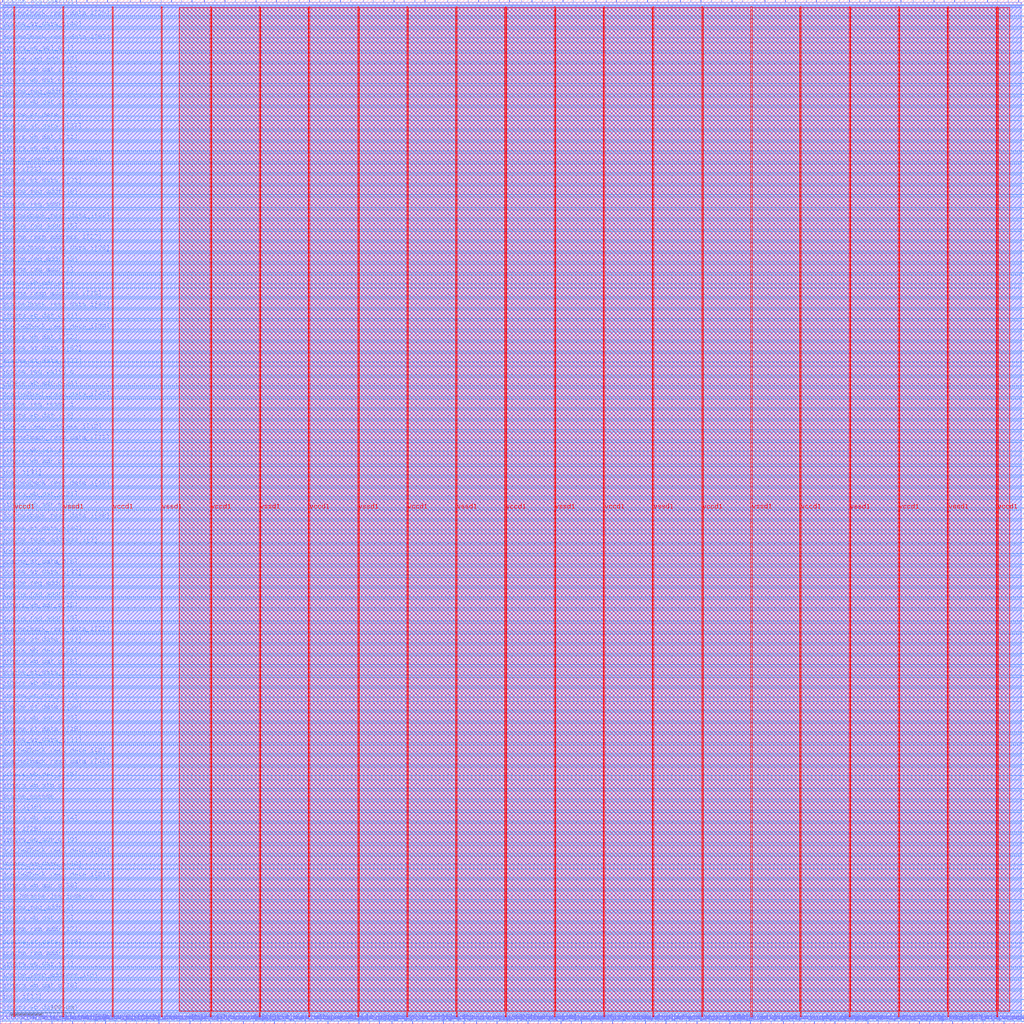
<source format=lef>
VERSION 5.7 ;
  NOWIREEXTENSIONATPIN ON ;
  DIVIDERCHAR "/" ;
  BUSBITCHARS "[]" ;
MACRO core_empty
  CLASS BLOCK ;
  FOREIGN core_empty ;
  ORIGIN 0.000 0.000 ;
  SIZE 1600.000 BY 1600.000 ;
  PIN back2dcache_lsq_index_o
    DIRECTION OUTPUT TRISTATE ;
    USE SIGNAL ;
    PORT
      LAYER met3 ;
        RECT 0.000 190.440 4.000 191.040 ;
    END
  END back2dcache_lsq_index_o
  PIN clk
    DIRECTION INPUT ;
    USE SIGNAL ;
    PORT
      LAYER met2 ;
        RECT 1275.210 1596.000 1275.490 1600.000 ;
    END
  END clk
  PIN dcache2back_resp_data_i[0]
    DIRECTION INPUT ;
    USE SIGNAL ;
    PORT
      LAYER met2 ;
        RECT 450.890 1596.000 451.170 1600.000 ;
    END
  END dcache2back_resp_data_i[0]
  PIN dcache2back_resp_data_i[10]
    DIRECTION INPUT ;
    USE SIGNAL ;
    PORT
      LAYER met3 ;
        RECT 1596.000 1275.040 1600.000 1275.640 ;
    END
  END dcache2back_resp_data_i[10]
  PIN dcache2back_resp_data_i[11]
    DIRECTION INPUT ;
    USE SIGNAL ;
    PORT
      LAYER met2 ;
        RECT 1371.810 0.000 1372.090 4.000 ;
    END
  END dcache2back_resp_data_i[11]
  PIN dcache2back_resp_data_i[12]
    DIRECTION INPUT ;
    USE SIGNAL ;
    PORT
      LAYER met3 ;
        RECT 1596.000 1346.440 1600.000 1347.040 ;
    END
  END dcache2back_resp_data_i[12]
  PIN dcache2back_resp_data_i[13]
    DIRECTION INPUT ;
    USE SIGNAL ;
    PORT
      LAYER met3 ;
        RECT 0.000 907.840 4.000 908.440 ;
    END
  END dcache2back_resp_data_i[13]
  PIN dcache2back_resp_data_i[14]
    DIRECTION INPUT ;
    USE SIGNAL ;
    PORT
      LAYER met2 ;
        RECT 1062.690 1596.000 1062.970 1600.000 ;
    END
  END dcache2back_resp_data_i[14]
  PIN dcache2back_resp_data_i[15]
    DIRECTION INPUT ;
    USE SIGNAL ;
    PORT
      LAYER met2 ;
        RECT 267.350 1596.000 267.630 1600.000 ;
    END
  END dcache2back_resp_data_i[15]
  PIN dcache2back_resp_data_i[16]
    DIRECTION INPUT ;
    USE SIGNAL ;
    PORT
      LAYER met2 ;
        RECT 566.810 1596.000 567.090 1600.000 ;
    END
  END dcache2back_resp_data_i[16]
  PIN dcache2back_resp_data_i[17]
    DIRECTION INPUT ;
    USE SIGNAL ;
    PORT
      LAYER met2 ;
        RECT 1024.050 0.000 1024.330 4.000 ;
    END
  END dcache2back_resp_data_i[17]
  PIN dcache2back_resp_data_i[18]
    DIRECTION INPUT ;
    USE SIGNAL ;
    PORT
      LAYER met3 ;
        RECT 1596.000 1033.640 1600.000 1034.240 ;
    END
  END dcache2back_resp_data_i[18]
  PIN dcache2back_resp_data_i[19]
    DIRECTION INPUT ;
    USE SIGNAL ;
    PORT
      LAYER met3 ;
        RECT 0.000 836.440 4.000 837.040 ;
    END
  END dcache2back_resp_data_i[19]
  PIN dcache2back_resp_data_i[1]
    DIRECTION INPUT ;
    USE SIGNAL ;
    PORT
      LAYER met2 ;
        RECT 460.550 0.000 460.830 4.000 ;
    END
  END dcache2back_resp_data_i[1]
  PIN dcache2back_resp_data_i[20]
    DIRECTION INPUT ;
    USE SIGNAL ;
    PORT
      LAYER met2 ;
        RECT 808.310 0.000 808.590 4.000 ;
    END
  END dcache2back_resp_data_i[20]
  PIN dcache2back_resp_data_i[21]
    DIRECTION INPUT ;
    USE SIGNAL ;
    PORT
      LAYER met3 ;
        RECT 0.000 224.440 4.000 225.040 ;
    END
  END dcache2back_resp_data_i[21]
  PIN dcache2back_resp_data_i[22]
    DIRECTION INPUT ;
    USE SIGNAL ;
    PORT
      LAYER met3 ;
        RECT 0.000 1254.640 4.000 1255.240 ;
    END
  END dcache2back_resp_data_i[22]
  PIN dcache2back_resp_data_i[23]
    DIRECTION INPUT ;
    USE SIGNAL ;
    PORT
      LAYER met2 ;
        RECT 1523.150 1596.000 1523.430 1600.000 ;
    END
  END dcache2back_resp_data_i[23]
  PIN dcache2back_resp_data_i[24]
    DIRECTION INPUT ;
    USE SIGNAL ;
    PORT
      LAYER met2 ;
        RECT 1204.370 0.000 1204.650 4.000 ;
    END
  END dcache2back_resp_data_i[24]
  PIN dcache2back_resp_data_i[25]
    DIRECTION INPUT ;
    USE SIGNAL ;
    PORT
      LAYER met2 ;
        RECT 946.770 1596.000 947.050 1600.000 ;
    END
  END dcache2back_resp_data_i[25]
  PIN dcache2back_resp_data_i[26]
    DIRECTION INPUT ;
    USE SIGNAL ;
    PORT
      LAYER met3 ;
        RECT 0.000 1203.640 4.000 1204.240 ;
    END
  END dcache2back_resp_data_i[26]
  PIN dcache2back_resp_data_i[27]
    DIRECTION INPUT ;
    USE SIGNAL ;
    PORT
      LAYER met2 ;
        RECT 415.470 1596.000 415.750 1600.000 ;
    END
  END dcache2back_resp_data_i[27]
  PIN dcache2back_resp_data_i[28]
    DIRECTION INPUT ;
    USE SIGNAL ;
    PORT
      LAYER met3 ;
        RECT 1596.000 105.440 1600.000 106.040 ;
    END
  END dcache2back_resp_data_i[28]
  PIN dcache2back_resp_data_i[29]
    DIRECTION INPUT ;
    USE SIGNAL ;
    PORT
      LAYER met2 ;
        RECT 148.210 0.000 148.490 4.000 ;
    END
  END dcache2back_resp_data_i[29]
  PIN dcache2back_resp_data_i[2]
    DIRECTION INPUT ;
    USE SIGNAL ;
    PORT
      LAYER met3 ;
        RECT 0.000 418.240 4.000 418.840 ;
    END
  END dcache2back_resp_data_i[2]
  PIN dcache2back_resp_data_i[30]
    DIRECTION INPUT ;
    USE SIGNAL ;
    PORT
      LAYER met3 ;
        RECT 0.000 1570.840 4.000 1571.440 ;
    END
  END dcache2back_resp_data_i[30]
  PIN dcache2back_resp_data_i[31]
    DIRECTION INPUT ;
    USE SIGNAL ;
    PORT
      LAYER met2 ;
        RECT 1458.750 1596.000 1459.030 1600.000 ;
    END
  END dcache2back_resp_data_i[31]
  PIN dcache2back_resp_data_i[32]
    DIRECTION INPUT ;
    USE SIGNAL ;
    PORT
      LAYER met3 ;
        RECT 0.000 608.640 4.000 609.240 ;
    END
  END dcache2back_resp_data_i[32]
  PIN dcache2back_resp_data_i[33]
    DIRECTION INPUT ;
    USE SIGNAL ;
    PORT
      LAYER met2 ;
        RECT 1490.950 1596.000 1491.230 1600.000 ;
    END
  END dcache2back_resp_data_i[33]
  PIN dcache2back_resp_data_i[34]
    DIRECTION INPUT ;
    USE SIGNAL ;
    PORT
      LAYER met3 ;
        RECT 1596.000 1013.240 1600.000 1013.840 ;
    END
  END dcache2back_resp_data_i[34]
  PIN dcache2back_resp_data_i[35]
    DIRECTION INPUT ;
    USE SIGNAL ;
    PORT
      LAYER met2 ;
        RECT 1375.030 1596.000 1375.310 1600.000 ;
    END
  END dcache2back_resp_data_i[35]
  PIN dcache2back_resp_data_i[36]
    DIRECTION INPUT ;
    USE SIGNAL ;
    PORT
      LAYER met2 ;
        RECT 978.970 1596.000 979.250 1600.000 ;
    END
  END dcache2back_resp_data_i[36]
  PIN dcache2back_resp_data_i[37]
    DIRECTION INPUT ;
    USE SIGNAL ;
    PORT
      LAYER met2 ;
        RECT 911.350 1596.000 911.630 1600.000 ;
    END
  END dcache2back_resp_data_i[37]
  PIN dcache2back_resp_data_i[38]
    DIRECTION INPUT ;
    USE SIGNAL ;
    PORT
      LAYER met3 ;
        RECT 0.000 785.440 4.000 786.040 ;
    END
  END dcache2back_resp_data_i[38]
  PIN dcache2back_resp_data_i[39]
    DIRECTION INPUT ;
    USE SIGNAL ;
    PORT
      LAYER met3 ;
        RECT 0.000 1081.240 4.000 1081.840 ;
    END
  END dcache2back_resp_data_i[39]
  PIN dcache2back_resp_data_i[3]
    DIRECTION INPUT ;
    USE SIGNAL ;
    PORT
      LAYER met3 ;
        RECT 1596.000 1540.240 1600.000 1540.840 ;
    END
  END dcache2back_resp_data_i[3]
  PIN dcache2back_resp_data_i[40]
    DIRECTION INPUT ;
    USE SIGNAL ;
    PORT
      LAYER met3 ;
        RECT 1596.000 1156.040 1600.000 1156.640 ;
    END
  END dcache2back_resp_data_i[40]
  PIN dcache2back_resp_data_i[41]
    DIRECTION INPUT ;
    USE SIGNAL ;
    PORT
      LAYER met2 ;
        RECT 103.130 1596.000 103.410 1600.000 ;
    END
  END dcache2back_resp_data_i[41]
  PIN dcache2back_resp_data_i[42]
    DIRECTION INPUT ;
    USE SIGNAL ;
    PORT
      LAYER met3 ;
        RECT 1596.000 894.240 1600.000 894.840 ;
    END
  END dcache2back_resp_data_i[42]
  PIN dcache2back_resp_data_i[43]
    DIRECTION INPUT ;
    USE SIGNAL ;
    PORT
      LAYER met3 ;
        RECT 0.000 401.240 4.000 401.840 ;
    END
  END dcache2back_resp_data_i[43]
  PIN dcache2back_resp_data_i[44]
    DIRECTION INPUT ;
    USE SIGNAL ;
    PORT
      LAYER met2 ;
        RECT 167.530 1596.000 167.810 1600.000 ;
    END
  END dcache2back_resp_data_i[44]
  PIN dcache2back_resp_data_i[45]
    DIRECTION INPUT ;
    USE SIGNAL ;
    PORT
      LAYER met3 ;
        RECT 0.000 975.840 4.000 976.440 ;
    END
  END dcache2back_resp_data_i[45]
  PIN dcache2back_resp_data_i[46]
    DIRECTION INPUT ;
    USE SIGNAL ;
    PORT
      LAYER met2 ;
        RECT 135.330 1596.000 135.610 1600.000 ;
    END
  END dcache2back_resp_data_i[46]
  PIN dcache2back_resp_data_i[47]
    DIRECTION INPUT ;
    USE SIGNAL ;
    PORT
      LAYER met2 ;
        RECT 1007.950 0.000 1008.230 4.000 ;
    END
  END dcache2back_resp_data_i[47]
  PIN dcache2back_resp_data_i[48]
    DIRECTION INPUT ;
    USE SIGNAL ;
    PORT
      LAYER met3 ;
        RECT 0.000 1115.240 4.000 1115.840 ;
    END
  END dcache2back_resp_data_i[48]
  PIN dcache2back_resp_data_i[49]
    DIRECTION INPUT ;
    USE SIGNAL ;
    PORT
      LAYER met2 ;
        RECT 219.050 1596.000 219.330 1600.000 ;
    END
  END dcache2back_resp_data_i[49]
  PIN dcache2back_resp_data_i[4]
    DIRECTION INPUT ;
    USE SIGNAL ;
    PORT
      LAYER met2 ;
        RECT 1503.830 0.000 1504.110 4.000 ;
    END
  END dcache2back_resp_data_i[4]
  PIN dcache2back_resp_data_i[50]
    DIRECTION INPUT ;
    USE SIGNAL ;
    PORT
      LAYER met2 ;
        RECT 1172.170 0.000 1172.450 4.000 ;
    END
  END dcache2back_resp_data_i[50]
  PIN dcache2back_resp_data_i[51]
    DIRECTION INPUT ;
    USE SIGNAL ;
    PORT
      LAYER met2 ;
        RECT 1320.290 0.000 1320.570 4.000 ;
    END
  END dcache2back_resp_data_i[51]
  PIN dcache2back_resp_data_i[52]
    DIRECTION INPUT ;
    USE SIGNAL ;
    PORT
      LAYER met2 ;
        RECT 660.190 0.000 660.470 4.000 ;
    END
  END dcache2back_resp_data_i[52]
  PIN dcache2back_resp_data_i[53]
    DIRECTION INPUT ;
    USE SIGNAL ;
    PORT
      LAYER met2 ;
        RECT 1487.730 0.000 1488.010 4.000 ;
    END
  END dcache2back_resp_data_i[53]
  PIN dcache2back_resp_data_i[54]
    DIRECTION INPUT ;
    USE SIGNAL ;
    PORT
      LAYER met3 ;
        RECT 1596.000 316.240 1600.000 316.840 ;
    END
  END dcache2back_resp_data_i[54]
  PIN dcache2back_resp_data_i[55]
    DIRECTION INPUT ;
    USE SIGNAL ;
    PORT
      LAYER met2 ;
        RECT 1336.390 0.000 1336.670 4.000 ;
    END
  END dcache2back_resp_data_i[55]
  PIN dcache2back_resp_data_i[56]
    DIRECTION INPUT ;
    USE SIGNAL ;
    PORT
      LAYER met3 ;
        RECT 0.000 261.840 4.000 262.440 ;
    END
  END dcache2back_resp_data_i[56]
  PIN dcache2back_resp_data_i[57]
    DIRECTION INPUT ;
    USE SIGNAL ;
    PORT
      LAYER met2 ;
        RECT 1210.810 1596.000 1211.090 1600.000 ;
    END
  END dcache2back_resp_data_i[57]
  PIN dcache2back_resp_data_i[58]
    DIRECTION INPUT ;
    USE SIGNAL ;
    PORT
      LAYER met2 ;
        RECT 547.490 1596.000 547.770 1600.000 ;
    END
  END dcache2back_resp_data_i[58]
  PIN dcache2back_resp_data_i[59]
    DIRECTION INPUT ;
    USE SIGNAL ;
    PORT
      LAYER met3 ;
        RECT 1596.000 1468.840 1600.000 1469.440 ;
    END
  END dcache2back_resp_data_i[59]
  PIN dcache2back_resp_data_i[5]
    DIRECTION INPUT ;
    USE SIGNAL ;
    PORT
      LAYER met3 ;
        RECT 1596.000 1557.240 1600.000 1557.840 ;
    END
  END dcache2back_resp_data_i[5]
  PIN dcache2back_resp_data_i[60]
    DIRECTION INPUT ;
    USE SIGNAL ;
    PORT
      LAYER met3 ;
        RECT 1596.000 612.040 1600.000 612.640 ;
    END
  END dcache2back_resp_data_i[60]
  PIN dcache2back_resp_data_i[61]
    DIRECTION INPUT ;
    USE SIGNAL ;
    PORT
      LAYER met3 ;
        RECT 1596.000 1258.040 1600.000 1258.640 ;
    END
  END dcache2back_resp_data_i[61]
  PIN dcache2back_resp_data_i[62]
    DIRECTION INPUT ;
    USE SIGNAL ;
    PORT
      LAYER met2 ;
        RECT 1159.290 1596.000 1159.570 1600.000 ;
    END
  END dcache2back_resp_data_i[62]
  PIN dcache2back_resp_data_i[63]
    DIRECTION INPUT ;
    USE SIGNAL ;
    PORT
      LAYER met3 ;
        RECT 0.000 1533.440 4.000 1534.040 ;
    END
  END dcache2back_resp_data_i[63]
  PIN dcache2back_resp_data_i[6]
    DIRECTION INPUT ;
    USE SIGNAL ;
    PORT
      LAYER met3 ;
        RECT 1596.000 629.040 1600.000 629.640 ;
    END
  END dcache2back_resp_data_i[6]
  PIN dcache2back_resp_data_i[7]
    DIRECTION INPUT ;
    USE SIGNAL ;
    PORT
      LAYER met3 ;
        RECT 1596.000 1380.440 1600.000 1381.040 ;
    END
  END dcache2back_resp_data_i[7]
  PIN dcache2back_resp_data_i[8]
    DIRECTION INPUT ;
    USE SIGNAL ;
    PORT
      LAYER met2 ;
        RECT 251.250 1596.000 251.530 1600.000 ;
    END
  END dcache2back_resp_data_i[8]
  PIN dcache2back_resp_data_i[9]
    DIRECTION INPUT ;
    USE SIGNAL ;
    PORT
      LAYER met2 ;
        RECT 431.570 1596.000 431.850 1600.000 ;
    END
  END dcache2back_resp_data_i[9]
  PIN dcache2back_resp_valid_i
    DIRECTION INPUT ;
    USE SIGNAL ;
    PORT
      LAYER met3 ;
        RECT 1596.000 1241.040 1600.000 1241.640 ;
    END
  END dcache2back_resp_valid_i
  PIN dcache2back_rob_index_i
    DIRECTION INPUT ;
    USE SIGNAL ;
    PORT
      LAYER met2 ;
        RECT 399.370 1596.000 399.650 1600.000 ;
    END
  END dcache2back_rob_index_i
  PIN dcache_opcode
    DIRECTION OUTPUT TRISTATE ;
    USE SIGNAL ;
    PORT
      LAYER met3 ;
        RECT 0.000 346.840 4.000 347.440 ;
    END
  END dcache_opcode
  PIN dcache_req_addr[0]
    DIRECTION OUTPUT TRISTATE ;
    USE SIGNAL ;
    PORT
      LAYER met2 ;
        RECT 1094.890 1596.000 1095.170 1600.000 ;
    END
  END dcache_req_addr[0]
  PIN dcache_req_addr[10]
    DIRECTION OUTPUT TRISTATE ;
    USE SIGNAL ;
    PORT
      LAYER met3 ;
        RECT 1596.000 159.840 1600.000 160.440 ;
    END
  END dcache_req_addr[10]
  PIN dcache_req_addr[11]
    DIRECTION OUTPUT TRISTATE ;
    USE SIGNAL ;
    PORT
      LAYER met2 ;
        RECT 627.990 0.000 628.270 4.000 ;
    END
  END dcache_req_addr[11]
  PIN dcache_req_addr[12]
    DIRECTION OUTPUT TRISTATE ;
    USE SIGNAL ;
    PORT
      LAYER met3 ;
        RECT 0.000 1186.640 4.000 1187.240 ;
    END
  END dcache_req_addr[12]
  PIN dcache_req_addr[13]
    DIRECTION OUTPUT TRISTATE ;
    USE SIGNAL ;
    PORT
      LAYER met3 ;
        RECT 0.000 1499.440 4.000 1500.040 ;
    END
  END dcache_req_addr[13]
  PIN dcache_req_addr[14]
    DIRECTION OUTPUT TRISTATE ;
    USE SIGNAL ;
    PORT
      LAYER met2 ;
        RECT 747.130 1596.000 747.410 1600.000 ;
    END
  END dcache_req_addr[14]
  PIN dcache_req_addr[15]
    DIRECTION OUTPUT TRISTATE ;
    USE SIGNAL ;
    PORT
      LAYER met3 ;
        RECT 1596.000 822.840 1600.000 823.440 ;
    END
  END dcache_req_addr[15]
  PIN dcache_req_addr[16]
    DIRECTION OUTPUT TRISTATE ;
    USE SIGNAL ;
    PORT
      LAYER met3 ;
        RECT 0.000 1237.640 4.000 1238.240 ;
    END
  END dcache_req_addr[16]
  PIN dcache_req_addr[17]
    DIRECTION OUTPUT TRISTATE ;
    USE SIGNAL ;
    PORT
      LAYER met3 ;
        RECT 1596.000 210.840 1600.000 211.440 ;
    END
  END dcache_req_addr[17]
  PIN dcache_req_addr[18]
    DIRECTION OUTPUT TRISTATE ;
    USE SIGNAL ;
    PORT
      LAYER met2 ;
        RECT 1404.010 0.000 1404.290 4.000 ;
    END
  END dcache_req_addr[18]
  PIN dcache_req_addr[19]
    DIRECTION OUTPUT TRISTATE ;
    USE SIGNAL ;
    PORT
      LAYER met3 ;
        RECT 0.000 625.640 4.000 626.240 ;
    END
  END dcache_req_addr[19]
  PIN dcache_req_addr[1]
    DIRECTION OUTPUT TRISTATE ;
    USE SIGNAL ;
    PORT
      LAYER met3 ;
        RECT 0.000 1169.640 4.000 1170.240 ;
    END
  END dcache_req_addr[1]
  PIN dcache_req_addr[20]
    DIRECTION OUTPUT TRISTATE ;
    USE SIGNAL ;
    PORT
      LAYER met2 ;
        RECT 544.270 0.000 544.550 4.000 ;
    END
  END dcache_req_addr[20]
  PIN dcache_req_addr[21]
    DIRECTION OUTPUT TRISTATE ;
    USE SIGNAL ;
    PORT
      LAYER met3 ;
        RECT 1596.000 71.440 1600.000 72.040 ;
    END
  END dcache_req_addr[21]
  PIN dcache_req_addr[22]
    DIRECTION OUTPUT TRISTATE ;
    USE SIGNAL ;
    PORT
      LAYER met3 ;
        RECT 1596.000 527.040 1600.000 527.640 ;
    END
  END dcache_req_addr[22]
  PIN dcache_req_addr[23]
    DIRECTION OUTPUT TRISTATE ;
    USE SIGNAL ;
    PORT
      LAYER met2 ;
        RECT 383.270 1596.000 383.550 1600.000 ;
    END
  END dcache_req_addr[23]
  PIN dcache_req_addr[24]
    DIRECTION OUTPUT TRISTATE ;
    USE SIGNAL ;
    PORT
      LAYER met2 ;
        RECT 360.730 0.000 361.010 4.000 ;
    END
  END dcache_req_addr[24]
  PIN dcache_req_addr[25]
    DIRECTION OUTPUT TRISTATE ;
    USE SIGNAL ;
    PORT
      LAYER met2 ;
        RECT 895.250 1596.000 895.530 1600.000 ;
    END
  END dcache_req_addr[25]
  PIN dcache_req_addr[26]
    DIRECTION OUTPUT TRISTATE ;
    USE SIGNAL ;
    PORT
      LAYER met2 ;
        RECT 1436.210 0.000 1436.490 4.000 ;
    END
  END dcache_req_addr[26]
  PIN dcache_req_addr[27]
    DIRECTION OUTPUT TRISTATE ;
    USE SIGNAL ;
    PORT
      LAYER met3 ;
        RECT 1596.000 299.240 1600.000 299.840 ;
    END
  END dcache_req_addr[27]
  PIN dcache_req_addr[28]
    DIRECTION OUTPUT TRISTATE ;
    USE SIGNAL ;
    PORT
      LAYER met2 ;
        RECT 466.990 1596.000 467.270 1600.000 ;
    END
  END dcache_req_addr[28]
  PIN dcache_req_addr[29]
    DIRECTION OUTPUT TRISTATE ;
    USE SIGNAL ;
    PORT
      LAYER met2 ;
        RECT 444.450 0.000 444.730 4.000 ;
    END
  END dcache_req_addr[29]
  PIN dcache_req_addr[2]
    DIRECTION OUTPUT TRISTATE ;
    USE SIGNAL ;
    PORT
      LAYER met3 ;
        RECT 0.000 680.040 4.000 680.640 ;
    END
  END dcache_req_addr[2]
  PIN dcache_req_addr[30]
    DIRECTION OUTPUT TRISTATE ;
    USE SIGNAL ;
    PORT
      LAYER met2 ;
        RECT 846.950 1596.000 847.230 1600.000 ;
    END
  END dcache_req_addr[30]
  PIN dcache_req_addr[31]
    DIRECTION OUTPUT TRISTATE ;
    USE SIGNAL ;
    PORT
      LAYER met2 ;
        RECT 1072.350 0.000 1072.630 4.000 ;
    END
  END dcache_req_addr[31]
  PIN dcache_req_addr[3]
    DIRECTION OUTPUT TRISTATE ;
    USE SIGNAL ;
    PORT
      LAYER met2 ;
        RECT 1568.230 0.000 1568.510 4.000 ;
    END
  END dcache_req_addr[3]
  PIN dcache_req_addr[4]
    DIRECTION OUTPUT TRISTATE ;
    USE SIGNAL ;
    PORT
      LAYER met3 ;
        RECT 1596.000 1084.640 1600.000 1085.240 ;
    END
  END dcache_req_addr[4]
  PIN dcache_req_addr[5]
    DIRECTION OUTPUT TRISTATE ;
    USE SIGNAL ;
    PORT
      LAYER met2 ;
        RECT 1442.650 1596.000 1442.930 1600.000 ;
    END
  END dcache_req_addr[5]
  PIN dcache_req_addr[6]
    DIRECTION OUTPUT TRISTATE ;
    USE SIGNAL ;
    PORT
      LAYER met3 ;
        RECT 1596.000 996.240 1600.000 996.840 ;
    END
  END dcache_req_addr[6]
  PIN dcache_req_addr[7]
    DIRECTION OUTPUT TRISTATE ;
    USE SIGNAL ;
    PORT
      LAYER met3 ;
        RECT 1596.000 1295.440 1600.000 1296.040 ;
    END
  END dcache_req_addr[7]
  PIN dcache_req_addr[8]
    DIRECTION OUTPUT TRISTATE ;
    USE SIGNAL ;
    PORT
      LAYER met2 ;
        RECT 96.690 0.000 96.970 4.000 ;
    END
  END dcache_req_addr[8]
  PIN dcache_req_addr[9]
    DIRECTION OUTPUT TRISTATE ;
    USE SIGNAL ;
    PORT
      LAYER met2 ;
        RECT 151.430 1596.000 151.710 1600.000 ;
    END
  END dcache_req_addr[9]
  PIN dcache_req_ready_i
    DIRECTION INPUT ;
    USE SIGNAL ;
    PORT
      LAYER met3 ;
        RECT 0.000 958.840 4.000 959.440 ;
    END
  END dcache_req_ready_i
  PIN dcache_req_valid_o
    DIRECTION OUTPUT TRISTATE ;
    USE SIGNAL ;
    PORT
      LAYER met2 ;
        RECT 698.830 1596.000 699.110 1600.000 ;
    END
  END dcache_req_valid_o
  PIN dcache_resp_ready_o
    DIRECTION OUTPUT TRISTATE ;
    USE SIGNAL ;
    PORT
      LAYER met2 ;
        RECT 67.710 1596.000 67.990 1600.000 ;
    END
  END dcache_resp_ready_o
  PIN dcache_st_data_o[0]
    DIRECTION OUTPUT TRISTATE ;
    USE SIGNAL ;
    PORT
      LAYER met3 ;
        RECT 1596.000 510.040 1600.000 510.640 ;
    END
  END dcache_st_data_o[0]
  PIN dcache_st_data_o[10]
    DIRECTION OUTPUT TRISTATE ;
    USE SIGNAL ;
    PORT
      LAYER met3 ;
        RECT 0.000 241.440 4.000 242.040 ;
    END
  END dcache_st_data_o[10]
  PIN dcache_st_data_o[11]
    DIRECTION OUTPUT TRISTATE ;
    USE SIGNAL ;
    PORT
      LAYER met3 ;
        RECT 0.000 435.240 4.000 435.840 ;
    END
  END dcache_st_data_o[11]
  PIN dcache_st_data_o[12]
    DIRECTION OUTPUT TRISTATE ;
    USE SIGNAL ;
    PORT
      LAYER met2 ;
        RECT 296.330 0.000 296.610 4.000 ;
    END
  END dcache_st_data_o[12]
  PIN dcache_st_data_o[13]
    DIRECTION OUTPUT TRISTATE ;
    USE SIGNAL ;
    PORT
      LAYER met3 ;
        RECT 1596.000 472.640 1600.000 473.240 ;
    END
  END dcache_st_data_o[13]
  PIN dcache_st_data_o[14]
    DIRECTION OUTPUT TRISTATE ;
    USE SIGNAL ;
    PORT
      LAYER met3 ;
        RECT 1596.000 962.240 1600.000 962.840 ;
    END
  END dcache_st_data_o[14]
  PIN dcache_st_data_o[15]
    DIRECTION OUTPUT TRISTATE ;
    USE SIGNAL ;
    PORT
      LAYER met3 ;
        RECT 0.000 452.240 4.000 452.840 ;
    END
  END dcache_st_data_o[15]
  PIN dcache_st_data_o[16]
    DIRECTION OUTPUT TRISTATE ;
    USE SIGNAL ;
    PORT
      LAYER met2 ;
        RECT 495.970 0.000 496.250 4.000 ;
    END
  END dcache_st_data_o[16]
  PIN dcache_st_data_o[17]
    DIRECTION OUTPUT TRISTATE ;
    USE SIGNAL ;
    PORT
      LAYER met3 ;
        RECT 0.000 591.640 4.000 592.240 ;
    END
  END dcache_st_data_o[17]
  PIN dcache_st_data_o[18]
    DIRECTION OUTPUT TRISTATE ;
    USE SIGNAL ;
    PORT
      LAYER met3 ;
        RECT 1596.000 1485.840 1600.000 1486.440 ;
    END
  END dcache_st_data_o[18]
  PIN dcache_st_data_o[19]
    DIRECTION OUTPUT TRISTATE ;
    USE SIGNAL ;
    PORT
      LAYER met2 ;
        RECT 1110.990 1596.000 1111.270 1600.000 ;
    END
  END dcache_st_data_o[19]
  PIN dcache_st_data_o[1]
    DIRECTION OUTPUT TRISTATE ;
    USE SIGNAL ;
    PORT
      LAYER met2 ;
        RECT 924.230 0.000 924.510 4.000 ;
    END
  END dcache_st_data_o[1]
  PIN dcache_st_data_o[20]
    DIRECTION OUTPUT TRISTATE ;
    USE SIGNAL ;
    PORT
      LAYER met2 ;
        RECT 3.310 1596.000 3.590 1600.000 ;
    END
  END dcache_st_data_o[20]
  PIN dcache_st_data_o[21]
    DIRECTION OUTPUT TRISTATE ;
    USE SIGNAL ;
    PORT
      LAYER met3 ;
        RECT 0.000 540.640 4.000 541.240 ;
    END
  END dcache_st_data_o[21]
  PIN dcache_st_data_o[22]
    DIRECTION OUTPUT TRISTATE ;
    USE SIGNAL ;
    PORT
      LAYER met2 ;
        RECT 991.850 0.000 992.130 4.000 ;
    END
  END dcache_st_data_o[22]
  PIN dcache_st_data_o[23]
    DIRECTION OUTPUT TRISTATE ;
    USE SIGNAL ;
    PORT
      LAYER met2 ;
        RECT 1407.230 1596.000 1407.510 1600.000 ;
    END
  END dcache_st_data_o[23]
  PIN dcache_st_data_o[24]
    DIRECTION OUTPUT TRISTATE ;
    USE SIGNAL ;
    PORT
      LAYER met3 ;
        RECT 1596.000 751.440 1600.000 752.040 ;
    END
  END dcache_st_data_o[24]
  PIN dcache_st_data_o[25]
    DIRECTION OUTPUT TRISTATE ;
    USE SIGNAL ;
    PORT
      LAYER met2 ;
        RECT 611.890 0.000 612.170 4.000 ;
    END
  END dcache_st_data_o[25]
  PIN dcache_st_data_o[26]
    DIRECTION OUTPUT TRISTATE ;
    USE SIGNAL ;
    PORT
      LAYER met3 ;
        RECT 1596.000 142.840 1600.000 143.440 ;
    END
  END dcache_st_data_o[26]
  PIN dcache_st_data_o[27]
    DIRECTION OUTPUT TRISTATE ;
    USE SIGNAL ;
    PORT
      LAYER met2 ;
        RECT 708.490 0.000 708.770 4.000 ;
    END
  END dcache_st_data_o[27]
  PIN dcache_st_data_o[28]
    DIRECTION OUTPUT TRISTATE ;
    USE SIGNAL ;
    PORT
      LAYER met3 ;
        RECT 1596.000 88.440 1600.000 89.040 ;
    END
  END dcache_st_data_o[28]
  PIN dcache_st_data_o[29]
    DIRECTION OUTPUT TRISTATE ;
    USE SIGNAL ;
    PORT
      LAYER met3 ;
        RECT 0.000 486.240 4.000 486.840 ;
    END
  END dcache_st_data_o[29]
  PIN dcache_st_data_o[2]
    DIRECTION OUTPUT TRISTATE ;
    USE SIGNAL ;
    PORT
      LAYER met3 ;
        RECT 1596.000 1312.440 1600.000 1313.040 ;
    END
  END dcache_st_data_o[2]
  PIN dcache_st_data_o[30]
    DIRECTION OUTPUT TRISTATE ;
    USE SIGNAL ;
    PORT
      LAYER met2 ;
        RECT 1011.170 1596.000 1011.450 1600.000 ;
    END
  END dcache_st_data_o[30]
  PIN dcache_st_data_o[31]
    DIRECTION OUTPUT TRISTATE ;
    USE SIGNAL ;
    PORT
      LAYER met3 ;
        RECT 0.000 1309.040 4.000 1309.640 ;
    END
  END dcache_st_data_o[31]
  PIN dcache_st_data_o[32]
    DIRECTION OUTPUT TRISTATE ;
    USE SIGNAL ;
    PORT
      LAYER met3 ;
        RECT 0.000 697.040 4.000 697.640 ;
    END
  END dcache_st_data_o[32]
  PIN dcache_st_data_o[33]
    DIRECTION OUTPUT TRISTATE ;
    USE SIGNAL ;
    PORT
      LAYER met3 ;
        RECT 0.000 1026.840 4.000 1027.440 ;
    END
  END dcache_st_data_o[33]
  PIN dcache_st_data_o[34]
    DIRECTION OUTPUT TRISTATE ;
    USE SIGNAL ;
    PORT
      LAYER met3 ;
        RECT 1596.000 387.640 1600.000 388.240 ;
    END
  END dcache_st_data_o[34]
  PIN dcache_st_data_o[35]
    DIRECTION OUTPUT TRISTATE ;
    USE SIGNAL ;
    PORT
      LAYER met2 ;
        RECT 692.390 0.000 692.670 4.000 ;
    END
  END dcache_st_data_o[35]
  PIN dcache_st_data_o[36]
    DIRECTION OUTPUT TRISTATE ;
    USE SIGNAL ;
    PORT
      LAYER met2 ;
        RECT 776.110 0.000 776.390 4.000 ;
    END
  END dcache_st_data_o[36]
  PIN dcache_st_data_o[37]
    DIRECTION OUTPUT TRISTATE ;
    USE SIGNAL ;
    PORT
      LAYER met3 ;
        RECT 0.000 1394.040 4.000 1394.640 ;
    END
  END dcache_st_data_o[37]
  PIN dcache_st_data_o[38]
    DIRECTION OUTPUT TRISTATE ;
    USE SIGNAL ;
    PORT
      LAYER met3 ;
        RECT 0.000 119.040 4.000 119.640 ;
    END
  END dcache_st_data_o[38]
  PIN dcache_st_data_o[39]
    DIRECTION OUTPUT TRISTATE ;
    USE SIGNAL ;
    PORT
      LAYER met3 ;
        RECT 1596.000 227.840 1600.000 228.440 ;
    END
  END dcache_st_data_o[39]
  PIN dcache_st_data_o[3]
    DIRECTION OUTPUT TRISTATE ;
    USE SIGNAL ;
    PORT
      LAYER met2 ;
        RECT 1342.830 1596.000 1343.110 1600.000 ;
    END
  END dcache_st_data_o[3]
  PIN dcache_st_data_o[40]
    DIRECTION OUTPUT TRISTATE ;
    USE SIGNAL ;
    PORT
      LAYER met3 ;
        RECT 0.000 1553.840 4.000 1554.440 ;
    END
  END dcache_st_data_o[40]
  PIN dcache_st_data_o[41]
    DIRECTION OUTPUT TRISTATE ;
    USE SIGNAL ;
    PORT
      LAYER met2 ;
        RECT 962.870 1596.000 963.150 1600.000 ;
    END
  END dcache_st_data_o[41]
  PIN dcache_st_data_o[42]
    DIRECTION OUTPUT TRISTATE ;
    USE SIGNAL ;
    PORT
      LAYER met3 ;
        RECT 1596.000 489.640 1600.000 490.240 ;
    END
  END dcache_st_data_o[42]
  PIN dcache_st_data_o[43]
    DIRECTION OUTPUT TRISTATE ;
    USE SIGNAL ;
    PORT
      LAYER met2 ;
        RECT 972.530 0.000 972.810 4.000 ;
    END
  END dcache_st_data_o[43]
  PIN dcache_st_data_o[44]
    DIRECTION OUTPUT TRISTATE ;
    USE SIGNAL ;
    PORT
      LAYER met2 ;
        RECT 428.350 0.000 428.630 4.000 ;
    END
  END dcache_st_data_o[44]
  PIN dcache_st_data_o[45]
    DIRECTION OUTPUT TRISTATE ;
    USE SIGNAL ;
    PORT
      LAYER met2 ;
        RECT 512.070 0.000 512.350 4.000 ;
    END
  END dcache_st_data_o[45]
  PIN dcache_st_data_o[46]
    DIRECTION OUTPUT TRISTATE ;
    USE SIGNAL ;
    PORT
      LAYER met3 ;
        RECT 1596.000 333.240 1600.000 333.840 ;
    END
  END dcache_st_data_o[46]
  PIN dcache_st_data_o[47]
    DIRECTION OUTPUT TRISTATE ;
    USE SIGNAL ;
    PORT
      LAYER met2 ;
        RECT 1088.450 0.000 1088.730 4.000 ;
    END
  END dcache_st_data_o[47]
  PIN dcache_st_data_o[48]
    DIRECTION OUTPUT TRISTATE ;
    USE SIGNAL ;
    PORT
      LAYER met3 ;
        RECT 1596.000 544.040 1600.000 544.640 ;
    END
  END dcache_st_data_o[48]
  PIN dcache_st_data_o[49]
    DIRECTION OUTPUT TRISTATE ;
    USE SIGNAL ;
    PORT
      LAYER met3 ;
        RECT 0.000 765.040 4.000 765.640 ;
    END
  END dcache_st_data_o[49]
  PIN dcache_st_data_o[4]
    DIRECTION OUTPUT TRISTATE ;
    USE SIGNAL ;
    PORT
      LAYER met3 ;
        RECT 1596.000 945.240 1600.000 945.840 ;
    END
  END dcache_st_data_o[4]
  PIN dcache_st_data_o[50]
    DIRECTION OUTPUT TRISTATE ;
    USE SIGNAL ;
    PORT
      LAYER met2 ;
        RECT 1590.770 1596.000 1591.050 1600.000 ;
    END
  END dcache_st_data_o[50]
  PIN dcache_st_data_o[51]
    DIRECTION OUTPUT TRISTATE ;
    USE SIGNAL ;
    PORT
      LAYER met3 ;
        RECT 1596.000 438.640 1600.000 439.240 ;
    END
  END dcache_st_data_o[51]
  PIN dcache_st_data_o[52]
    DIRECTION OUTPUT TRISTATE ;
    USE SIGNAL ;
    PORT
      LAYER met3 ;
        RECT 1596.000 1363.440 1600.000 1364.040 ;
    END
  END dcache_st_data_o[52]
  PIN dcache_st_data_o[53]
    DIRECTION OUTPUT TRISTATE ;
    USE SIGNAL ;
    PORT
      LAYER met3 ;
        RECT 1596.000 788.840 1600.000 789.440 ;
    END
  END dcache_st_data_o[53]
  PIN dcache_st_data_o[54]
    DIRECTION OUTPUT TRISTATE ;
    USE SIGNAL ;
    PORT
      LAYER met2 ;
        RECT 1027.270 1596.000 1027.550 1600.000 ;
    END
  END dcache_st_data_o[54]
  PIN dcache_st_data_o[55]
    DIRECTION OUTPUT TRISTATE ;
    USE SIGNAL ;
    PORT
      LAYER met2 ;
        RECT 396.150 0.000 396.430 4.000 ;
    END
  END dcache_st_data_o[55]
  PIN dcache_st_data_o[56]
    DIRECTION OUTPUT TRISTATE ;
    USE SIGNAL ;
    PORT
      LAYER met3 ;
        RECT 1596.000 193.840 1600.000 194.440 ;
    END
  END dcache_st_data_o[56]
  PIN dcache_st_data_o[57]
    DIRECTION OUTPUT TRISTATE ;
    USE SIGNAL ;
    PORT
      LAYER met2 ;
        RECT 930.670 1596.000 930.950 1600.000 ;
    END
  END dcache_st_data_o[57]
  PIN dcache_st_data_o[58]
    DIRECTION OUTPUT TRISTATE ;
    USE SIGNAL ;
    PORT
      LAYER met2 ;
        RECT 1552.130 0.000 1552.410 4.000 ;
    END
  END dcache_st_data_o[58]
  PIN dcache_st_data_o[59]
    DIRECTION OUTPUT TRISTATE ;
    USE SIGNAL ;
    PORT
      LAYER met2 ;
        RECT 196.510 0.000 196.790 4.000 ;
    END
  END dcache_st_data_o[59]
  PIN dcache_st_data_o[5]
    DIRECTION OUTPUT TRISTATE ;
    USE SIGNAL ;
    PORT
      LAYER met2 ;
        RECT 631.210 1596.000 631.490 1600.000 ;
    END
  END dcache_st_data_o[5]
  PIN dcache_st_data_o[60]
    DIRECTION OUTPUT TRISTATE ;
    USE SIGNAL ;
    PORT
      LAYER met3 ;
        RECT 0.000 1411.040 4.000 1411.640 ;
    END
  END dcache_st_data_o[60]
  PIN dcache_st_data_o[61]
    DIRECTION OUTPUT TRISTATE ;
    USE SIGNAL ;
    PORT
      LAYER met2 ;
        RECT 528.170 0.000 528.450 4.000 ;
    END
  END dcache_st_data_o[61]
  PIN dcache_st_data_o[62]
    DIRECTION OUTPUT TRISTATE ;
    USE SIGNAL ;
    PORT
      LAYER met3 ;
        RECT 0.000 1047.240 4.000 1047.840 ;
    END
  END dcache_st_data_o[62]
  PIN dcache_st_data_o[63]
    DIRECTION OUTPUT TRISTATE ;
    USE SIGNAL ;
    PORT
      LAYER met2 ;
        RECT 19.410 1596.000 19.690 1600.000 ;
    END
  END dcache_st_data_o[63]
  PIN dcache_st_data_o[6]
    DIRECTION OUTPUT TRISTATE ;
    USE SIGNAL ;
    PORT
      LAYER met3 ;
        RECT 0.000 714.040 4.000 714.640 ;
    END
  END dcache_st_data_o[6]
  PIN dcache_st_data_o[7]
    DIRECTION OUTPUT TRISTATE ;
    USE SIGNAL ;
    PORT
      LAYER met2 ;
        RECT 795.430 1596.000 795.710 1600.000 ;
    END
  END dcache_st_data_o[7]
  PIN dcache_st_data_o[8]
    DIRECTION OUTPUT TRISTATE ;
    USE SIGNAL ;
    PORT
      LAYER met2 ;
        RECT 676.290 0.000 676.570 4.000 ;
    END
  END dcache_st_data_o[8]
  PIN dcache_st_data_o[9]
    DIRECTION OUTPUT TRISTATE ;
    USE SIGNAL ;
    PORT
      LAYER met2 ;
        RECT 1474.850 1596.000 1475.130 1600.000 ;
    END
  END dcache_st_data_o[9]
  PIN dcache_type_o[0]
    DIRECTION OUTPUT TRISTATE ;
    USE SIGNAL ;
    PORT
      LAYER met2 ;
        RECT 87.030 1596.000 87.310 1600.000 ;
    END
  END dcache_type_o[0]
  PIN dcache_type_o[1]
    DIRECTION OUTPUT TRISTATE ;
    USE SIGNAL ;
    PORT
      LAYER met3 ;
        RECT 1596.000 367.240 1600.000 367.840 ;
    END
  END dcache_type_o[1]
  PIN dcache_type_o[2]
    DIRECTION OUTPUT TRISTATE ;
    USE SIGNAL ;
    PORT
      LAYER met2 ;
        RECT 334.970 1596.000 335.250 1600.000 ;
    END
  END dcache_type_o[2]
  PIN icache_req_addr[0]
    DIRECTION OUTPUT TRISTATE ;
    USE SIGNAL ;
    PORT
      LAYER met3 ;
        RECT 1596.000 1519.840 1600.000 1520.440 ;
    END
  END icache_req_addr[0]
  PIN icache_req_addr[10]
    DIRECTION OUTPUT TRISTATE ;
    USE SIGNAL ;
    PORT
      LAYER met2 ;
        RECT 892.030 0.000 892.310 4.000 ;
    END
  END icache_req_addr[10]
  PIN icache_req_addr[11]
    DIRECTION OUTPUT TRISTATE ;
    USE SIGNAL ;
    PORT
      LAYER met2 ;
        RECT 1355.710 0.000 1355.990 4.000 ;
    END
  END icache_req_addr[11]
  PIN icache_req_addr[12]
    DIRECTION OUTPUT TRISTATE ;
    USE SIGNAL ;
    PORT
      LAYER met3 ;
        RECT 1596.000 248.240 1600.000 248.840 ;
    END
  END icache_req_addr[12]
  PIN icache_req_addr[13]
    DIRECTION OUTPUT TRISTATE ;
    USE SIGNAL ;
    PORT
      LAYER met3 ;
        RECT 1596.000 1050.640 1600.000 1051.240 ;
    END
  END icache_req_addr[13]
  PIN icache_req_addr[14]
    DIRECTION OUTPUT TRISTATE ;
    USE SIGNAL ;
    PORT
      LAYER met2 ;
        RECT 80.590 0.000 80.870 4.000 ;
    END
  END icache_req_addr[14]
  PIN icache_req_addr[15]
    DIRECTION OUTPUT TRISTATE ;
    USE SIGNAL ;
    PORT
      LAYER met2 ;
        RECT 576.470 0.000 576.750 4.000 ;
    END
  END icache_req_addr[15]
  PIN icache_req_addr[16]
    DIRECTION OUTPUT TRISTATE ;
    USE SIGNAL ;
    PORT
      LAYER met2 ;
        RECT 312.430 0.000 312.710 4.000 ;
    END
  END icache_req_addr[16]
  PIN icache_req_addr[17]
    DIRECTION OUTPUT TRISTATE ;
    USE SIGNAL ;
    PORT
      LAYER met3 ;
        RECT 0.000 139.440 4.000 140.040 ;
    END
  END icache_req_addr[17]
  PIN icache_req_addr[18]
    DIRECTION OUTPUT TRISTATE ;
    USE SIGNAL ;
    PORT
      LAYER met3 ;
        RECT 0.000 1292.040 4.000 1292.640 ;
    END
  END icache_req_addr[18]
  PIN icache_req_addr[19]
    DIRECTION OUTPUT TRISTATE ;
    USE SIGNAL ;
    PORT
      LAYER met2 ;
        RECT 1226.910 1596.000 1227.190 1600.000 ;
    END
  END icache_req_addr[19]
  PIN icache_req_addr[1]
    DIRECTION OUTPUT TRISTATE ;
    USE SIGNAL ;
    PORT
      LAYER met2 ;
        RECT 1288.090 0.000 1288.370 4.000 ;
    END
  END icache_req_addr[1]
  PIN icache_req_addr[20]
    DIRECTION OUTPUT TRISTATE ;
    USE SIGNAL ;
    PORT
      LAYER met3 ;
        RECT 1596.000 578.040 1600.000 578.640 ;
    END
  END icache_req_addr[20]
  PIN icache_req_addr[21]
    DIRECTION OUTPUT TRISTATE ;
    USE SIGNAL ;
    PORT
      LAYER met2 ;
        RECT 183.630 1596.000 183.910 1600.000 ;
    END
  END icache_req_addr[21]
  PIN icache_req_addr[22]
    DIRECTION OUTPUT TRISTATE ;
    USE SIGNAL ;
    PORT
      LAYER met3 ;
        RECT 0.000 663.040 4.000 663.640 ;
    END
  END icache_req_addr[22]
  PIN icache_req_addr[23]
    DIRECTION OUTPUT TRISTATE ;
    USE SIGNAL ;
    PORT
      LAYER met3 ;
        RECT 0.000 1271.640 4.000 1272.240 ;
    END
  END icache_req_addr[23]
  PIN icache_req_addr[24]
    DIRECTION OUTPUT TRISTATE ;
    USE SIGNAL ;
    PORT
      LAYER met2 ;
        RECT 792.210 0.000 792.490 4.000 ;
    END
  END icache_req_addr[24]
  PIN icache_req_addr[25]
    DIRECTION OUTPUT TRISTATE ;
    USE SIGNAL ;
    PORT
      LAYER met3 ;
        RECT 1596.000 839.840 1600.000 840.440 ;
    END
  END icache_req_addr[25]
  PIN icache_req_addr[26]
    DIRECTION OUTPUT TRISTATE ;
    USE SIGNAL ;
    PORT
      LAYER met2 ;
        RECT 724.590 0.000 724.870 4.000 ;
    END
  END icache_req_addr[26]
  PIN icache_req_addr[27]
    DIRECTION OUTPUT TRISTATE ;
    USE SIGNAL ;
    PORT
      LAYER met2 ;
        RECT 235.150 1596.000 235.430 1600.000 ;
    END
  END icache_req_addr[27]
  PIN icache_req_addr[28]
    DIRECTION OUTPUT TRISTATE ;
    USE SIGNAL ;
    PORT
      LAYER met3 ;
        RECT 1596.000 717.440 1600.000 718.040 ;
    END
  END icache_req_addr[28]
  PIN icache_req_addr[29]
    DIRECTION OUTPUT TRISTATE ;
    USE SIGNAL ;
    PORT
      LAYER met3 ;
        RECT 0.000 1448.440 4.000 1449.040 ;
    END
  END icache_req_addr[29]
  PIN icache_req_addr[2]
    DIRECTION OUTPUT TRISTATE ;
    USE SIGNAL ;
    PORT
      LAYER met3 ;
        RECT 0.000 173.440 4.000 174.040 ;
    END
  END icache_req_addr[2]
  PIN icache_req_addr[30]
    DIRECTION OUTPUT TRISTATE ;
    USE SIGNAL ;
    PORT
      LAYER met2 ;
        RECT 1291.310 1596.000 1291.590 1600.000 ;
    END
  END icache_req_addr[30]
  PIN icache_req_addr[31]
    DIRECTION OUTPUT TRISTATE ;
    USE SIGNAL ;
    PORT
      LAYER met3 ;
        RECT 0.000 1587.840 4.000 1588.440 ;
    END
  END icache_req_addr[31]
  PIN icache_req_addr[3]
    DIRECTION OUTPUT TRISTATE ;
    USE SIGNAL ;
    PORT
      LAYER met3 ;
        RECT 0.000 102.040 4.000 102.640 ;
    END
  END icache_req_addr[3]
  PIN icache_req_addr[4]
    DIRECTION OUTPUT TRISTATE ;
    USE SIGNAL ;
    PORT
      LAYER met2 ;
        RECT 1239.790 0.000 1240.070 4.000 ;
    END
  END icache_req_addr[4]
  PIN icache_req_addr[5]
    DIRECTION OUTPUT TRISTATE ;
    USE SIGNAL ;
    PORT
      LAYER met2 ;
        RECT 779.330 1596.000 779.610 1600.000 ;
    END
  END icache_req_addr[5]
  PIN icache_req_addr[6]
    DIRECTION OUTPUT TRISTATE ;
    USE SIGNAL ;
    PORT
      LAYER met3 ;
        RECT 1596.000 265.240 1600.000 265.840 ;
    END
  END icache_req_addr[6]
  PIN icache_req_addr[7]
    DIRECTION OUTPUT TRISTATE ;
    USE SIGNAL ;
    PORT
      LAYER met2 ;
        RECT 995.070 1596.000 995.350 1600.000 ;
    END
  END icache_req_addr[7]
  PIN icache_req_addr[8]
    DIRECTION OUTPUT TRISTATE ;
    USE SIGNAL ;
    PORT
      LAYER met2 ;
        RECT 908.130 0.000 908.410 4.000 ;
    END
  END icache_req_addr[8]
  PIN icache_req_addr[9]
    DIRECTION OUTPUT TRISTATE ;
    USE SIGNAL ;
    PORT
      LAYER met3 ;
        RECT 1596.000 561.040 1600.000 561.640 ;
    END
  END icache_req_addr[9]
  PIN icache_req_ready_i
    DIRECTION INPUT ;
    USE SIGNAL ;
    PORT
      LAYER met2 ;
        RECT 35.510 1596.000 35.790 1600.000 ;
    END
  END icache_req_ready_i
  PIN icache_req_valid_o
    DIRECTION OUTPUT TRISTATE ;
    USE SIGNAL ;
    PORT
      LAYER met3 ;
        RECT 0.000 1009.840 4.000 1010.440 ;
    END
  END icache_req_valid_o
  PIN icache_resp_address_i[0]
    DIRECTION INPUT ;
    USE SIGNAL ;
    PORT
      LAYER met2 ;
        RECT 531.390 1596.000 531.670 1600.000 ;
    END
  END icache_resp_address_i[0]
  PIN icache_resp_address_i[10]
    DIRECTION INPUT ;
    USE SIGNAL ;
    PORT
      LAYER met2 ;
        RECT 663.410 1596.000 663.690 1600.000 ;
    END
  END icache_resp_address_i[10]
  PIN icache_resp_address_i[11]
    DIRECTION INPUT ;
    USE SIGNAL ;
    PORT
      LAYER met3 ;
        RECT 1596.000 734.440 1600.000 735.040 ;
    END
  END icache_resp_address_i[11]
  PIN icache_resp_address_i[12]
    DIRECTION INPUT ;
    USE SIGNAL ;
    PORT
      LAYER met3 ;
        RECT 0.000 924.840 4.000 925.440 ;
    END
  END icache_resp_address_i[12]
  PIN icache_resp_address_i[13]
    DIRECTION INPUT ;
    USE SIGNAL ;
    PORT
      LAYER met2 ;
        RECT 1271.990 0.000 1272.270 4.000 ;
    END
  END icache_resp_address_i[13]
  PIN icache_resp_address_i[14]
    DIRECTION INPUT ;
    USE SIGNAL ;
    PORT
      LAYER met2 ;
        RECT 212.610 0.000 212.890 4.000 ;
    END
  END icache_resp_address_i[14]
  PIN icache_resp_address_i[15]
    DIRECTION INPUT ;
    USE SIGNAL ;
    PORT
      LAYER met3 ;
        RECT 0.000 1132.240 4.000 1132.840 ;
    END
  END icache_resp_address_i[15]
  PIN icache_resp_address_i[16]
    DIRECTION INPUT ;
    USE SIGNAL ;
    PORT
      LAYER met2 ;
        RECT 1156.070 0.000 1156.350 4.000 ;
    END
  END icache_resp_address_i[16]
  PIN icache_resp_address_i[17]
    DIRECTION INPUT ;
    USE SIGNAL ;
    PORT
      LAYER met2 ;
        RECT 1584.330 0.000 1584.610 4.000 ;
    END
  END icache_resp_address_i[17]
  PIN icache_resp_address_i[18]
    DIRECTION INPUT ;
    USE SIGNAL ;
    PORT
      LAYER met2 ;
        RECT 318.870 1596.000 319.150 1600.000 ;
    END
  END icache_resp_address_i[18]
  PIN icache_resp_address_i[19]
    DIRECTION INPUT ;
    USE SIGNAL ;
    PORT
      LAYER met2 ;
        RECT 814.750 1596.000 815.030 1600.000 ;
    END
  END icache_resp_address_i[19]
  PIN icache_resp_address_i[1]
    DIRECTION INPUT ;
    USE SIGNAL ;
    PORT
      LAYER met3 ;
        RECT 1596.000 1574.240 1600.000 1574.840 ;
    END
  END icache_resp_address_i[1]
  PIN icache_resp_address_i[20]
    DIRECTION INPUT ;
    USE SIGNAL ;
    PORT
      LAYER met2 ;
        RECT 1426.550 1596.000 1426.830 1600.000 ;
    END
  END icache_resp_address_i[20]
  PIN icache_resp_address_i[21]
    DIRECTION INPUT ;
    USE SIGNAL ;
    PORT
      LAYER met2 ;
        RECT 412.250 0.000 412.530 4.000 ;
    END
  END icache_resp_address_i[21]
  PIN icache_resp_address_i[22]
    DIRECTION INPUT ;
    USE SIGNAL ;
    PORT
      LAYER met3 ;
        RECT 1596.000 805.840 1600.000 806.440 ;
    END
  END icache_resp_address_i[22]
  PIN icache_resp_address_i[23]
    DIRECTION INPUT ;
    USE SIGNAL ;
    PORT
      LAYER met2 ;
        RECT 1304.190 0.000 1304.470 4.000 ;
    END
  END icache_resp_address_i[23]
  PIN icache_resp_address_i[24]
    DIRECTION INPUT ;
    USE SIGNAL ;
    PORT
      LAYER met3 ;
        RECT 0.000 1343.040 4.000 1343.640 ;
    END
  END icache_resp_address_i[24]
  PIN icache_resp_address_i[25]
    DIRECTION INPUT ;
    USE SIGNAL ;
    PORT
      LAYER met2 ;
        RECT 264.130 0.000 264.410 4.000 ;
    END
  END icache_resp_address_i[25]
  PIN icache_resp_address_i[26]
    DIRECTION INPUT ;
    USE SIGNAL ;
    PORT
      LAYER met3 ;
        RECT 1596.000 666.440 1600.000 667.040 ;
    END
  END icache_resp_address_i[26]
  PIN icache_resp_address_i[27]
    DIRECTION INPUT ;
    USE SIGNAL ;
    PORT
      LAYER met3 ;
        RECT 0.000 1220.640 4.000 1221.240 ;
    END
  END icache_resp_address_i[27]
  PIN icache_resp_address_i[28]
    DIRECTION INPUT ;
    USE SIGNAL ;
    PORT
      LAYER met3 ;
        RECT 1596.000 1417.840 1600.000 1418.440 ;
    END
  END icache_resp_address_i[28]
  PIN icache_resp_address_i[29]
    DIRECTION INPUT ;
    USE SIGNAL ;
    PORT
      LAYER met3 ;
        RECT 1596.000 1190.040 1600.000 1190.640 ;
    END
  END icache_resp_address_i[29]
  PIN icache_resp_address_i[2]
    DIRECTION INPUT ;
    USE SIGNAL ;
    PORT
      LAYER met3 ;
        RECT 1596.000 1135.640 1600.000 1136.240 ;
    END
  END icache_resp_address_i[2]
  PIN icache_resp_address_i[30]
    DIRECTION INPUT ;
    USE SIGNAL ;
    PORT
      LAYER met3 ;
        RECT 1596.000 1118.640 1600.000 1119.240 ;
    END
  END icache_resp_address_i[30]
  PIN icache_resp_address_i[31]
    DIRECTION INPUT ;
    USE SIGNAL ;
    PORT
      LAYER met2 ;
        RECT 743.910 0.000 744.190 4.000 ;
    END
  END icache_resp_address_i[31]
  PIN icache_resp_address_i[3]
    DIRECTION INPUT ;
    USE SIGNAL ;
    PORT
      LAYER met3 ;
        RECT 1596.000 1591.240 1600.000 1591.840 ;
    END
  END icache_resp_address_i[3]
  PIN icache_resp_address_i[4]
    DIRECTION INPUT ;
    USE SIGNAL ;
    PORT
      LAYER met2 ;
        RECT 763.230 1596.000 763.510 1600.000 ;
    END
  END icache_resp_address_i[4]
  PIN icache_resp_address_i[5]
    DIRECTION INPUT ;
    USE SIGNAL ;
    PORT
      LAYER met2 ;
        RECT 16.190 0.000 16.470 4.000 ;
    END
  END icache_resp_address_i[5]
  PIN icache_resp_address_i[6]
    DIRECTION INPUT ;
    USE SIGNAL ;
    PORT
      LAYER met3 ;
        RECT 0.000 68.040 4.000 68.640 ;
    END
  END icache_resp_address_i[6]
  PIN icache_resp_address_i[7]
    DIRECTION INPUT ;
    USE SIGNAL ;
    PORT
      LAYER met3 ;
        RECT 0.000 748.040 4.000 748.640 ;
    END
  END icache_resp_address_i[7]
  PIN icache_resp_address_i[8]
    DIRECTION INPUT ;
    USE SIGNAL ;
    PORT
      LAYER met2 ;
        RECT 1536.030 0.000 1536.310 4.000 ;
    END
  END icache_resp_address_i[8]
  PIN icache_resp_address_i[9]
    DIRECTION INPUT ;
    USE SIGNAL ;
    PORT
      LAYER met3 ;
        RECT 1596.000 1502.840 1600.000 1503.440 ;
    END
  END icache_resp_address_i[9]
  PIN icache_resp_ready_o
    DIRECTION OUTPUT TRISTATE ;
    USE SIGNAL ;
    PORT
      LAYER met3 ;
        RECT 1596.000 54.440 1600.000 55.040 ;
    END
  END icache_resp_ready_o
  PIN icache_resp_valid_i
    DIRECTION INPUT ;
    USE SIGNAL ;
    PORT
      LAYER met2 ;
        RECT 830.850 1596.000 831.130 1600.000 ;
    END
  END icache_resp_valid_i
  PIN insn_i[0]
    DIRECTION INPUT ;
    USE SIGNAL ;
    PORT
      LAYER met2 ;
        RECT 48.390 0.000 48.670 4.000 ;
    END
  END insn_i[0]
  PIN insn_i[10]
    DIRECTION INPUT ;
    USE SIGNAL ;
    PORT
      LAYER met2 ;
        RECT 280.230 0.000 280.510 4.000 ;
    END
  END insn_i[10]
  PIN insn_i[11]
    DIRECTION INPUT ;
    USE SIGNAL ;
    PORT
      LAYER met2 ;
        RECT 644.090 0.000 644.370 4.000 ;
    END
  END insn_i[11]
  PIN insn_i[12]
    DIRECTION INPUT ;
    USE SIGNAL ;
    PORT
      LAYER met2 ;
        RECT 299.550 1596.000 299.830 1600.000 ;
    END
  END insn_i[12]
  PIN insn_i[13]
    DIRECTION INPUT ;
    USE SIGNAL ;
    PORT
      LAYER met3 ;
        RECT 0.000 34.040 4.000 34.640 ;
    END
  END insn_i[13]
  PIN insn_i[14]
    DIRECTION INPUT ;
    USE SIGNAL ;
    PORT
      LAYER met2 ;
        RECT 560.370 0.000 560.650 4.000 ;
    END
  END insn_i[14]
  PIN insn_i[15]
    DIRECTION INPUT ;
    USE SIGNAL ;
    PORT
      LAYER met2 ;
        RECT 1107.770 0.000 1108.050 4.000 ;
    END
  END insn_i[15]
  PIN insn_i[16]
    DIRECTION INPUT ;
    USE SIGNAL ;
    PORT
      LAYER met3 ;
        RECT 0.000 731.040 4.000 731.640 ;
    END
  END insn_i[16]
  PIN insn_i[17]
    DIRECTION INPUT ;
    USE SIGNAL ;
    PORT
      LAYER met2 ;
        RECT 367.170 1596.000 367.450 1600.000 ;
    END
  END insn_i[17]
  PIN insn_i[18]
    DIRECTION INPUT ;
    USE SIGNAL ;
    PORT
      LAYER met3 ;
        RECT 0.000 329.840 4.000 330.440 ;
    END
  END insn_i[18]
  PIN insn_i[19]
    DIRECTION INPUT ;
    USE SIGNAL ;
    PORT
      LAYER met2 ;
        RECT 731.030 1596.000 731.310 1600.000 ;
    END
  END insn_i[19]
  PIN insn_i[1]
    DIRECTION INPUT ;
    USE SIGNAL ;
    PORT
      LAYER met2 ;
        RECT 1471.630 0.000 1471.910 4.000 ;
    END
  END insn_i[1]
  PIN insn_i[20]
    DIRECTION INPUT ;
    USE SIGNAL ;
    PORT
      LAYER met2 ;
        RECT 51.610 1596.000 51.890 1600.000 ;
    END
  END insn_i[20]
  PIN insn_i[21]
    DIRECTION INPUT ;
    USE SIGNAL ;
    PORT
      LAYER met2 ;
        RECT 1259.110 1596.000 1259.390 1600.000 ;
    END
  END insn_i[21]
  PIN insn_i[22]
    DIRECTION INPUT ;
    USE SIGNAL ;
    PORT
      LAYER met3 ;
        RECT 1596.000 700.440 1600.000 701.040 ;
    END
  END insn_i[22]
  PIN insn_i[23]
    DIRECTION INPUT ;
    USE SIGNAL ;
    PORT
      LAYER met3 ;
        RECT 0.000 1326.040 4.000 1326.640 ;
    END
  END insn_i[23]
  PIN insn_i[24]
    DIRECTION INPUT ;
    USE SIGNAL ;
    PORT
      LAYER met2 ;
        RECT 1558.570 1596.000 1558.850 1600.000 ;
    END
  END insn_i[24]
  PIN insn_i[25]
    DIRECTION INPUT ;
    USE SIGNAL ;
    PORT
      LAYER met3 ;
        RECT 1596.000 37.440 1600.000 38.040 ;
    END
  END insn_i[25]
  PIN insn_i[26]
    DIRECTION INPUT ;
    USE SIGNAL ;
    PORT
      LAYER met3 ;
        RECT 0.000 295.840 4.000 296.440 ;
    END
  END insn_i[26]
  PIN insn_i[27]
    DIRECTION INPUT ;
    USE SIGNAL ;
    PORT
      LAYER met2 ;
        RECT 1387.910 0.000 1388.190 4.000 ;
    END
  END insn_i[27]
  PIN insn_i[28]
    DIRECTION INPUT ;
    USE SIGNAL ;
    PORT
      LAYER met2 ;
        RECT 599.010 1596.000 599.290 1600.000 ;
    END
  END insn_i[28]
  PIN insn_i[29]
    DIRECTION INPUT ;
    USE SIGNAL ;
    PORT
      LAYER met2 ;
        RECT 180.410 0.000 180.690 4.000 ;
    END
  END insn_i[29]
  PIN insn_i[2]
    DIRECTION INPUT ;
    USE SIGNAL ;
    PORT
      LAYER met3 ;
        RECT 1596.000 683.440 1600.000 684.040 ;
    END
  END insn_i[2]
  PIN insn_i[30]
    DIRECTION INPUT ;
    USE SIGNAL ;
    PORT
      LAYER met2 ;
        RECT 119.230 1596.000 119.510 1600.000 ;
    END
  END insn_i[30]
  PIN insn_i[31]
    DIRECTION INPUT ;
    USE SIGNAL ;
    PORT
      LAYER met3 ;
        RECT 0.000 853.440 4.000 854.040 ;
    END
  END insn_i[31]
  PIN insn_i[3]
    DIRECTION INPUT ;
    USE SIGNAL ;
    PORT
      LAYER met2 ;
        RECT 380.050 0.000 380.330 4.000 ;
    END
  END insn_i[3]
  PIN insn_i[4]
    DIRECTION INPUT ;
    USE SIGNAL ;
    PORT
      LAYER met2 ;
        RECT 1420.110 0.000 1420.390 4.000 ;
    END
  END insn_i[4]
  PIN insn_i[5]
    DIRECTION INPUT ;
    USE SIGNAL ;
    PORT
      LAYER met2 ;
        RECT 647.310 1596.000 647.590 1600.000 ;
    END
  END insn_i[5]
  PIN insn_i[6]
    DIRECTION INPUT ;
    USE SIGNAL ;
    PORT
      LAYER met2 ;
        RECT 1507.050 1596.000 1507.330 1600.000 ;
    END
  END insn_i[6]
  PIN insn_i[7]
    DIRECTION INPUT ;
    USE SIGNAL ;
    PORT
      LAYER met3 ;
        RECT 1596.000 1101.640 1600.000 1102.240 ;
    END
  END insn_i[7]
  PIN insn_i[8]
    DIRECTION INPUT ;
    USE SIGNAL ;
    PORT
      LAYER met2 ;
        RECT 582.910 1596.000 583.190 1600.000 ;
    END
  END insn_i[8]
  PIN insn_i[9]
    DIRECTION INPUT ;
    USE SIGNAL ;
    PORT
      LAYER met2 ;
        RECT 714.930 1596.000 715.210 1600.000 ;
    END
  END insn_i[9]
  PIN meip
    DIRECTION INPUT ;
    USE SIGNAL ;
    PORT
      LAYER met3 ;
        RECT 1596.000 176.840 1600.000 177.440 ;
    END
  END meip
  PIN others_wb_ack_i
    DIRECTION INPUT ;
    USE SIGNAL ;
    PORT
      LAYER met3 ;
        RECT 0.000 887.440 4.000 888.040 ;
    END
  END others_wb_ack_i
  PIN others_wb_adr_o[0]
    DIRECTION OUTPUT TRISTATE ;
    USE SIGNAL ;
    PORT
      LAYER met3 ;
        RECT 0.000 802.440 4.000 803.040 ;
    END
  END others_wb_adr_o[0]
  PIN others_wb_adr_o[10]
    DIRECTION OUTPUT TRISTATE ;
    USE SIGNAL ;
    PORT
      LAYER met3 ;
        RECT 0.000 523.640 4.000 524.240 ;
    END
  END others_wb_adr_o[10]
  PIN others_wb_adr_o[11]
    DIRECTION OUTPUT TRISTATE ;
    USE SIGNAL ;
    PORT
      LAYER met2 ;
        RECT 879.150 1596.000 879.430 1600.000 ;
    END
  END others_wb_adr_o[11]
  PIN others_wb_adr_o[12]
    DIRECTION OUTPUT TRISTATE ;
    USE SIGNAL ;
    PORT
      LAYER met2 ;
        RECT 283.450 1596.000 283.730 1600.000 ;
    END
  END others_wb_adr_o[12]
  PIN others_wb_adr_o[13]
    DIRECTION OUTPUT TRISTATE ;
    USE SIGNAL ;
    PORT
      LAYER met2 ;
        RECT 132.110 0.000 132.390 4.000 ;
    END
  END others_wb_adr_o[13]
  PIN others_wb_adr_o[14]
    DIRECTION OUTPUT TRISTATE ;
    USE SIGNAL ;
    PORT
      LAYER met3 ;
        RECT 0.000 312.840 4.000 313.440 ;
    END
  END others_wb_adr_o[14]
  PIN others_wb_adr_o[15]
    DIRECTION OUTPUT TRISTATE ;
    USE SIGNAL ;
    PORT
      LAYER met3 ;
        RECT 1596.000 1067.640 1600.000 1068.240 ;
    END
  END others_wb_adr_o[15]
  PIN others_wb_adr_o[16]
    DIRECTION OUTPUT TRISTATE ;
    USE SIGNAL ;
    PORT
      LAYER met3 ;
        RECT 1596.000 979.240 1600.000 979.840 ;
    END
  END others_wb_adr_o[16]
  PIN others_wb_adr_o[17]
    DIRECTION OUTPUT TRISTATE ;
    USE SIGNAL ;
    PORT
      LAYER met2 ;
        RECT 956.430 0.000 956.710 4.000 ;
    END
  END others_wb_adr_o[17]
  PIN others_wb_adr_o[18]
    DIRECTION OUTPUT TRISTATE ;
    USE SIGNAL ;
    PORT
      LAYER met3 ;
        RECT 0.000 646.040 4.000 646.640 ;
    END
  END others_wb_adr_o[18]
  PIN others_wb_adr_o[19]
    DIRECTION OUTPUT TRISTATE ;
    USE SIGNAL ;
    PORT
      LAYER met3 ;
        RECT 0.000 278.840 4.000 279.440 ;
    END
  END others_wb_adr_o[19]
  PIN others_wb_adr_o[1]
    DIRECTION OUTPUT TRISTATE ;
    USE SIGNAL ;
    PORT
      LAYER met2 ;
        RECT 1452.310 0.000 1452.590 4.000 ;
    END
  END others_wb_adr_o[1]
  PIN others_wb_adr_o[20]
    DIRECTION OUTPUT TRISTATE ;
    USE SIGNAL ;
    PORT
      LAYER met2 ;
        RECT 1143.190 1596.000 1143.470 1600.000 ;
    END
  END others_wb_adr_o[20]
  PIN others_wb_adr_o[21]
    DIRECTION OUTPUT TRISTATE ;
    USE SIGNAL ;
    PORT
      LAYER met3 ;
        RECT 0.000 992.840 4.000 993.440 ;
    END
  END others_wb_adr_o[21]
  PIN others_wb_adr_o[22]
    DIRECTION OUTPUT TRISTATE ;
    USE SIGNAL ;
    PORT
      LAYER met2 ;
        RECT 859.830 0.000 860.110 4.000 ;
    END
  END others_wb_adr_o[22]
  PIN others_wb_adr_o[23]
    DIRECTION OUTPUT TRISTATE ;
    USE SIGNAL ;
    PORT
      LAYER met3 ;
        RECT 0.000 469.240 4.000 469.840 ;
    END
  END others_wb_adr_o[23]
  PIN others_wb_adr_o[24]
    DIRECTION OUTPUT TRISTATE ;
    USE SIGNAL ;
    PORT
      LAYER met3 ;
        RECT 1596.000 282.240 1600.000 282.840 ;
    END
  END others_wb_adr_o[24]
  PIN others_wb_adr_o[25]
    DIRECTION OUTPUT TRISTATE ;
    USE SIGNAL ;
    PORT
      LAYER met2 ;
        RECT 351.070 1596.000 351.350 1600.000 ;
    END
  END others_wb_adr_o[25]
  PIN others_wb_adr_o[26]
    DIRECTION OUTPUT TRISTATE ;
    USE SIGNAL ;
    PORT
      LAYER met2 ;
        RECT 824.410 0.000 824.690 4.000 ;
    END
  END others_wb_adr_o[26]
  PIN others_wb_adr_o[27]
    DIRECTION OUTPUT TRISTATE ;
    USE SIGNAL ;
    PORT
      LAYER met2 ;
        RECT 164.310 0.000 164.590 4.000 ;
    END
  END others_wb_adr_o[27]
  PIN others_wb_adr_o[28]
    DIRECTION OUTPUT TRISTATE ;
    USE SIGNAL ;
    PORT
      LAYER met2 ;
        RECT 679.510 1596.000 679.790 1600.000 ;
    END
  END others_wb_adr_o[28]
  PIN others_wb_adr_o[29]
    DIRECTION OUTPUT TRISTATE ;
    USE SIGNAL ;
    PORT
      LAYER met3 ;
        RECT 1596.000 856.840 1600.000 857.440 ;
    END
  END others_wb_adr_o[29]
  PIN others_wb_adr_o[2]
    DIRECTION OUTPUT TRISTATE ;
    USE SIGNAL ;
    PORT
      LAYER met3 ;
        RECT 1596.000 1451.840 1600.000 1452.440 ;
    END
  END others_wb_adr_o[2]
  PIN others_wb_adr_o[30]
    DIRECTION OUTPUT TRISTATE ;
    USE SIGNAL ;
    PORT
      LAYER met3 ;
        RECT 0.000 207.440 4.000 208.040 ;
    END
  END others_wb_adr_o[30]
  PIN others_wb_adr_o[31]
    DIRECTION OUTPUT TRISTATE ;
    USE SIGNAL ;
    PORT
      LAYER met2 ;
        RECT 1358.930 1596.000 1359.210 1600.000 ;
    END
  END others_wb_adr_o[31]
  PIN others_wb_adr_o[3]
    DIRECTION OUTPUT TRISTATE ;
    USE SIGNAL ;
    PORT
      LAYER met3 ;
        RECT 1596.000 595.040 1600.000 595.640 ;
    END
  END others_wb_adr_o[3]
  PIN others_wb_adr_o[4]
    DIRECTION OUTPUT TRISTATE ;
    USE SIGNAL ;
    PORT
      LAYER met2 ;
        RECT 1188.270 0.000 1188.550 4.000 ;
    END
  END others_wb_adr_o[4]
  PIN others_wb_adr_o[5]
    DIRECTION OUTPUT TRISTATE ;
    USE SIGNAL ;
    PORT
      LAYER met2 ;
        RECT 1326.730 1596.000 1327.010 1600.000 ;
    END
  END others_wb_adr_o[5]
  PIN others_wb_adr_o[6]
    DIRECTION OUTPUT TRISTATE ;
    USE SIGNAL ;
    PORT
      LAYER met2 ;
        RECT 1139.970 0.000 1140.250 4.000 ;
    END
  END others_wb_adr_o[6]
  PIN others_wb_adr_o[7]
    DIRECTION OUTPUT TRISTATE ;
    USE SIGNAL ;
    PORT
      LAYER met3 ;
        RECT 0.000 870.440 4.000 871.040 ;
    END
  END others_wb_adr_o[7]
  PIN others_wb_adr_o[8]
    DIRECTION OUTPUT TRISTATE ;
    USE SIGNAL ;
    PORT
      LAYER met3 ;
        RECT 0.000 1149.240 4.000 1149.840 ;
    END
  END others_wb_adr_o[8]
  PIN others_wb_adr_o[9]
    DIRECTION OUTPUT TRISTATE ;
    USE SIGNAL ;
    PORT
      LAYER met2 ;
        RECT 1519.930 0.000 1520.210 4.000 ;
    END
  END others_wb_adr_o[9]
  PIN others_wb_cyc_o
    DIRECTION OUTPUT TRISTATE ;
    USE SIGNAL ;
    PORT
      LAYER met3 ;
        RECT 1596.000 350.240 1600.000 350.840 ;
    END
  END others_wb_cyc_o
  PIN others_wb_dat_i[0]
    DIRECTION INPUT ;
    USE SIGNAL ;
    PORT
      LAYER met2 ;
        RECT 615.110 1596.000 615.390 1600.000 ;
    END
  END others_wb_dat_i[0]
  PIN others_wb_dat_i[10]
    DIRECTION INPUT ;
    USE SIGNAL ;
    PORT
      LAYER met3 ;
        RECT 1596.000 1329.440 1600.000 1330.040 ;
    END
  END others_wb_dat_i[10]
  PIN others_wb_dat_i[11]
    DIRECTION INPUT ;
    USE SIGNAL ;
    PORT
      LAYER met3 ;
        RECT 0.000 1377.040 4.000 1377.640 ;
    END
  END others_wb_dat_i[11]
  PIN others_wb_dat_i[12]
    DIRECTION INPUT ;
    USE SIGNAL ;
    PORT
      LAYER met3 ;
        RECT 0.000 1482.440 4.000 1483.040 ;
    END
  END others_wb_dat_i[12]
  PIN others_wb_dat_i[13]
    DIRECTION INPUT ;
    USE SIGNAL ;
    PORT
      LAYER met3 ;
        RECT 0.000 1431.440 4.000 1432.040 ;
    END
  END others_wb_dat_i[13]
  PIN others_wb_dat_i[14]
    DIRECTION INPUT ;
    USE SIGNAL ;
    PORT
      LAYER met2 ;
        RECT 64.490 0.000 64.770 4.000 ;
    END
  END others_wb_dat_i[14]
  PIN others_wb_dat_i[15]
    DIRECTION INPUT ;
    USE SIGNAL ;
    PORT
      LAYER met3 ;
        RECT 0.000 380.840 4.000 381.440 ;
    END
  END others_wb_dat_i[15]
  PIN others_wb_dat_i[16]
    DIRECTION INPUT ;
    USE SIGNAL ;
    PORT
      LAYER met3 ;
        RECT 0.000 17.040 4.000 17.640 ;
    END
  END others_wb_dat_i[16]
  PIN others_wb_dat_i[17]
    DIRECTION INPUT ;
    USE SIGNAL ;
    PORT
      LAYER met2 ;
        RECT 875.930 0.000 876.210 4.000 ;
    END
  END others_wb_dat_i[17]
  PIN others_wb_dat_i[18]
    DIRECTION INPUT ;
    USE SIGNAL ;
    PORT
      LAYER met2 ;
        RECT 1178.610 1596.000 1178.890 1600.000 ;
    END
  END others_wb_dat_i[18]
  PIN others_wb_dat_i[19]
    DIRECTION INPUT ;
    USE SIGNAL ;
    PORT
      LAYER met2 ;
        RECT 1542.470 1596.000 1542.750 1600.000 ;
    END
  END others_wb_dat_i[19]
  PIN others_wb_dat_i[1]
    DIRECTION INPUT ;
    USE SIGNAL ;
    PORT
      LAYER met3 ;
        RECT 0.000 85.040 4.000 85.640 ;
    END
  END others_wb_dat_i[1]
  PIN others_wb_dat_i[20]
    DIRECTION INPUT ;
    USE SIGNAL ;
    PORT
      LAYER met2 ;
        RECT 228.710 0.000 228.990 4.000 ;
    END
  END others_wb_dat_i[20]
  PIN others_wb_dat_i[21]
    DIRECTION INPUT ;
    USE SIGNAL ;
    PORT
      LAYER met3 ;
        RECT 1596.000 911.240 1600.000 911.840 ;
    END
  END others_wb_dat_i[21]
  PIN others_wb_dat_i[22]
    DIRECTION INPUT ;
    USE SIGNAL ;
    PORT
      LAYER met2 ;
        RECT 1574.670 1596.000 1574.950 1600.000 ;
    END
  END others_wb_dat_i[22]
  PIN others_wb_dat_i[23]
    DIRECTION INPUT ;
    USE SIGNAL ;
    PORT
      LAYER met3 ;
        RECT 0.000 1064.240 4.000 1064.840 ;
    END
  END others_wb_dat_i[23]
  PIN others_wb_dat_i[24]
    DIRECTION INPUT ;
    USE SIGNAL ;
    PORT
      LAYER met3 ;
        RECT 1596.000 1207.040 1600.000 1207.640 ;
    END
  END others_wb_dat_i[24]
  PIN others_wb_dat_i[25]
    DIRECTION INPUT ;
    USE SIGNAL ;
    PORT
      LAYER met3 ;
        RECT 1596.000 455.640 1600.000 456.240 ;
    END
  END others_wb_dat_i[25]
  PIN others_wb_dat_i[26]
    DIRECTION INPUT ;
    USE SIGNAL ;
    PORT
      LAYER met2 ;
        RECT 1056.250 0.000 1056.530 4.000 ;
    END
  END others_wb_dat_i[26]
  PIN others_wb_dat_i[27]
    DIRECTION INPUT ;
    USE SIGNAL ;
    PORT
      LAYER met2 ;
        RECT 1391.130 1596.000 1391.410 1600.000 ;
    END
  END others_wb_dat_i[27]
  PIN others_wb_dat_i[28]
    DIRECTION INPUT ;
    USE SIGNAL ;
    PORT
      LAYER met2 ;
        RECT 483.090 1596.000 483.370 1600.000 ;
    END
  END others_wb_dat_i[28]
  PIN others_wb_dat_i[29]
    DIRECTION INPUT ;
    USE SIGNAL ;
    PORT
      LAYER met2 ;
        RECT 476.650 0.000 476.930 4.000 ;
    END
  END others_wb_dat_i[29]
  PIN others_wb_dat_i[2]
    DIRECTION INPUT ;
    USE SIGNAL ;
    PORT
      LAYER met3 ;
        RECT 1596.000 928.240 1600.000 928.840 ;
    END
  END others_wb_dat_i[2]
  PIN others_wb_dat_i[30]
    DIRECTION INPUT ;
    USE SIGNAL ;
    PORT
      LAYER met2 ;
        RECT 1255.890 0.000 1256.170 4.000 ;
    END
  END others_wb_dat_i[30]
  PIN others_wb_dat_i[31]
    DIRECTION INPUT ;
    USE SIGNAL ;
    PORT
      LAYER met3 ;
        RECT 1596.000 421.640 1600.000 422.240 ;
    END
  END others_wb_dat_i[31]
  PIN others_wb_dat_i[3]
    DIRECTION INPUT ;
    USE SIGNAL ;
    PORT
      LAYER met3 ;
        RECT 0.000 941.840 4.000 942.440 ;
    END
  END others_wb_dat_i[3]
  PIN others_wb_dat_i[4]
    DIRECTION INPUT ;
    USE SIGNAL ;
    PORT
      LAYER met3 ;
        RECT 1596.000 3.440 1600.000 4.040 ;
    END
  END others_wb_dat_i[4]
  PIN others_wb_dat_i[5]
    DIRECTION INPUT ;
    USE SIGNAL ;
    PORT
      LAYER met2 ;
        RECT 248.030 0.000 248.310 4.000 ;
    END
  END others_wb_dat_i[5]
  PIN others_wb_dat_i[6]
    DIRECTION INPUT ;
    USE SIGNAL ;
    PORT
      LAYER met2 ;
        RECT 760.010 0.000 760.290 4.000 ;
    END
  END others_wb_dat_i[6]
  PIN others_wb_dat_i[7]
    DIRECTION INPUT ;
    USE SIGNAL ;
    PORT
      LAYER met3 ;
        RECT 1596.000 649.440 1600.000 650.040 ;
    END
  END others_wb_dat_i[7]
  PIN others_wb_dat_i[8]
    DIRECTION INPUT ;
    USE SIGNAL ;
    PORT
      LAYER met2 ;
        RECT 1310.630 1596.000 1310.910 1600.000 ;
    END
  END others_wb_dat_i[8]
  PIN others_wb_dat_i[9]
    DIRECTION INPUT ;
    USE SIGNAL ;
    PORT
      LAYER met3 ;
        RECT 1596.000 1397.440 1600.000 1398.040 ;
    END
  END others_wb_dat_i[9]
  PIN others_wb_dat_o[0]
    DIRECTION OUTPUT TRISTATE ;
    USE SIGNAL ;
    PORT
      LAYER met3 ;
        RECT 1596.000 20.440 1600.000 21.040 ;
    END
  END others_wb_dat_o[0]
  PIN others_wb_dat_o[10]
    DIRECTION OUTPUT TRISTATE ;
    USE SIGNAL ;
    PORT
      LAYER met3 ;
        RECT 0.000 51.040 4.000 51.640 ;
    END
  END others_wb_dat_o[10]
  PIN others_wb_dat_o[11]
    DIRECTION OUTPUT TRISTATE ;
    USE SIGNAL ;
    PORT
      LAYER met3 ;
        RECT 1596.000 873.840 1600.000 874.440 ;
    END
  END others_wb_dat_o[11]
  PIN others_wb_dat_o[12]
    DIRECTION OUTPUT TRISTATE ;
    USE SIGNAL ;
    PORT
      LAYER met2 ;
        RECT 32.290 0.000 32.570 4.000 ;
    END
  END others_wb_dat_o[12]
  PIN others_wb_dat_o[13]
    DIRECTION OUTPUT TRISTATE ;
    USE SIGNAL ;
    PORT
      LAYER met3 ;
        RECT 1596.000 1434.840 1600.000 1435.440 ;
    END
  END others_wb_dat_o[13]
  PIN others_wb_dat_o[14]
    DIRECTION OUTPUT TRISTATE ;
    USE SIGNAL ;
    PORT
      LAYER met2 ;
        RECT 1243.010 1596.000 1243.290 1600.000 ;
    END
  END others_wb_dat_o[14]
  PIN others_wb_dat_o[15]
    DIRECTION OUTPUT TRISTATE ;
    USE SIGNAL ;
    PORT
      LAYER met3 ;
        RECT 1596.000 125.840 1600.000 126.440 ;
    END
  END others_wb_dat_o[15]
  PIN others_wb_dat_o[16]
    DIRECTION OUTPUT TRISTATE ;
    USE SIGNAL ;
    PORT
      LAYER met2 ;
        RECT 1194.710 1596.000 1194.990 1600.000 ;
    END
  END others_wb_dat_o[16]
  PIN others_wb_dat_o[17]
    DIRECTION OUTPUT TRISTATE ;
    USE SIGNAL ;
    PORT
      LAYER met3 ;
        RECT 0.000 503.240 4.000 503.840 ;
    END
  END others_wb_dat_o[17]
  PIN others_wb_dat_o[18]
    DIRECTION OUTPUT TRISTATE ;
    USE SIGNAL ;
    PORT
      LAYER met3 ;
        RECT 0.000 557.640 4.000 558.240 ;
    END
  END others_wb_dat_o[18]
  PIN others_wb_dat_o[19]
    DIRECTION OUTPUT TRISTATE ;
    USE SIGNAL ;
    PORT
      LAYER met2 ;
        RECT 1040.150 0.000 1040.430 4.000 ;
    END
  END others_wb_dat_o[19]
  PIN others_wb_dat_o[1]
    DIRECTION OUTPUT TRISTATE ;
    USE SIGNAL ;
    PORT
      LAYER met2 ;
        RECT 0.090 0.000 0.370 4.000 ;
    END
  END others_wb_dat_o[1]
  PIN others_wb_dat_o[20]
    DIRECTION OUTPUT TRISTATE ;
    USE SIGNAL ;
    PORT
      LAYER met2 ;
        RECT 1223.690 0.000 1223.970 4.000 ;
    END
  END others_wb_dat_o[20]
  PIN others_wb_dat_o[21]
    DIRECTION OUTPUT TRISTATE ;
    USE SIGNAL ;
    PORT
      LAYER met3 ;
        RECT 0.000 819.440 4.000 820.040 ;
    END
  END others_wb_dat_o[21]
  PIN others_wb_dat_o[22]
    DIRECTION OUTPUT TRISTATE ;
    USE SIGNAL ;
    PORT
      LAYER met3 ;
        RECT 0.000 1465.440 4.000 1466.040 ;
    END
  END others_wb_dat_o[22]
  PIN others_wb_dat_o[23]
    DIRECTION OUTPUT TRISTATE ;
    USE SIGNAL ;
    PORT
      LAYER met2 ;
        RECT 499.190 1596.000 499.470 1600.000 ;
    END
  END others_wb_dat_o[23]
  PIN others_wb_dat_o[24]
    DIRECTION OUTPUT TRISTATE ;
    USE SIGNAL ;
    PORT
      LAYER met3 ;
        RECT 0.000 574.640 4.000 575.240 ;
    END
  END others_wb_dat_o[24]
  PIN others_wb_dat_o[25]
    DIRECTION OUTPUT TRISTATE ;
    USE SIGNAL ;
    PORT
      LAYER met2 ;
        RECT 328.530 0.000 328.810 4.000 ;
    END
  END others_wb_dat_o[25]
  PIN others_wb_dat_o[26]
    DIRECTION OUTPUT TRISTATE ;
    USE SIGNAL ;
    PORT
      LAYER met2 ;
        RECT 112.790 0.000 113.070 4.000 ;
    END
  END others_wb_dat_o[26]
  PIN others_wb_dat_o[27]
    DIRECTION OUTPUT TRISTATE ;
    USE SIGNAL ;
    PORT
      LAYER met2 ;
        RECT 863.050 1596.000 863.330 1600.000 ;
    END
  END others_wb_dat_o[27]
  PIN others_wb_dat_o[28]
    DIRECTION OUTPUT TRISTATE ;
    USE SIGNAL ;
    PORT
      LAYER met2 ;
        RECT 515.290 1596.000 515.570 1600.000 ;
    END
  END others_wb_dat_o[28]
  PIN others_wb_dat_o[29]
    DIRECTION OUTPUT TRISTATE ;
    USE SIGNAL ;
    PORT
      LAYER met2 ;
        RECT 840.510 0.000 840.790 4.000 ;
    END
  END others_wb_dat_o[29]
  PIN others_wb_dat_o[2]
    DIRECTION OUTPUT TRISTATE ;
    USE SIGNAL ;
    PORT
      LAYER met2 ;
        RECT 1127.090 1596.000 1127.370 1600.000 ;
    END
  END others_wb_dat_o[2]
  PIN others_wb_dat_o[30]
    DIRECTION OUTPUT TRISTATE ;
    USE SIGNAL ;
    PORT
      LAYER met3 ;
        RECT 1596.000 404.640 1600.000 405.240 ;
    END
  END others_wb_dat_o[30]
  PIN others_wb_dat_o[31]
    DIRECTION OUTPUT TRISTATE ;
    USE SIGNAL ;
    PORT
      LAYER met3 ;
        RECT 0.000 1098.240 4.000 1098.840 ;
    END
  END others_wb_dat_o[31]
  PIN others_wb_dat_o[3]
    DIRECTION OUTPUT TRISTATE ;
    USE SIGNAL ;
    PORT
      LAYER met3 ;
        RECT 1596.000 1224.040 1600.000 1224.640 ;
    END
  END others_wb_dat_o[3]
  PIN others_wb_dat_o[4]
    DIRECTION OUTPUT TRISTATE ;
    USE SIGNAL ;
    PORT
      LAYER met2 ;
        RECT 344.630 0.000 344.910 4.000 ;
    END
  END others_wb_dat_o[4]
  PIN others_wb_dat_o[5]
    DIRECTION OUTPUT TRISTATE ;
    USE SIGNAL ;
    PORT
      LAYER met2 ;
        RECT 592.570 0.000 592.850 4.000 ;
    END
  END others_wb_dat_o[5]
  PIN others_wb_dat_o[6]
    DIRECTION OUTPUT TRISTATE ;
    USE SIGNAL ;
    PORT
      LAYER met3 ;
        RECT 0.000 156.440 4.000 157.040 ;
    END
  END others_wb_dat_o[6]
  PIN others_wb_dat_o[7]
    DIRECTION OUTPUT TRISTATE ;
    USE SIGNAL ;
    PORT
      LAYER met3 ;
        RECT 1596.000 1173.040 1600.000 1173.640 ;
    END
  END others_wb_dat_o[7]
  PIN others_wb_dat_o[8]
    DIRECTION OUTPUT TRISTATE ;
    USE SIGNAL ;
    PORT
      LAYER met2 ;
        RECT 940.330 0.000 940.610 4.000 ;
    END
  END others_wb_dat_o[8]
  PIN others_wb_dat_o[9]
    DIRECTION OUTPUT TRISTATE ;
    USE SIGNAL ;
    PORT
      LAYER met2 ;
        RECT 1078.790 1596.000 1079.070 1600.000 ;
    END
  END others_wb_dat_o[9]
  PIN others_wb_sel_o[0]
    DIRECTION OUTPUT TRISTATE ;
    USE SIGNAL ;
    PORT
      LAYER met2 ;
        RECT 1043.370 1596.000 1043.650 1600.000 ;
    END
  END others_wb_sel_o[0]
  PIN others_wb_sel_o[1]
    DIRECTION OUTPUT TRISTATE ;
    USE SIGNAL ;
    PORT
      LAYER met3 ;
        RECT 0.000 1516.440 4.000 1517.040 ;
    END
  END others_wb_sel_o[1]
  PIN others_wb_sel_o[2]
    DIRECTION OUTPUT TRISTATE ;
    USE SIGNAL ;
    PORT
      LAYER met2 ;
        RECT 202.950 1596.000 203.230 1600.000 ;
    END
  END others_wb_sel_o[2]
  PIN others_wb_sel_o[3]
    DIRECTION OUTPUT TRISTATE ;
    USE SIGNAL ;
    PORT
      LAYER met2 ;
        RECT 1123.870 0.000 1124.150 4.000 ;
    END
  END others_wb_sel_o[3]
  PIN others_wb_stb_o
    DIRECTION OUTPUT TRISTATE ;
    USE SIGNAL ;
    PORT
      LAYER met3 ;
        RECT 0.000 363.840 4.000 364.440 ;
    END
  END others_wb_stb_o
  PIN others_wb_we_o
    DIRECTION OUTPUT TRISTATE ;
    USE SIGNAL ;
    PORT
      LAYER met3 ;
        RECT 0.000 1360.040 4.000 1360.640 ;
    END
  END others_wb_we_o
  PIN reset
    DIRECTION INPUT ;
    USE SIGNAL ;
    PORT
      LAYER met3 ;
        RECT 1596.000 771.840 1600.000 772.440 ;
    END
  END reset
  PIN vccd1
    DIRECTION INOUT ;
    USE POWER ;
    PORT
      LAYER met4 ;
        RECT 21.040 10.640 22.640 1588.720 ;
    END
    PORT
      LAYER met4 ;
        RECT 174.640 10.640 176.240 1588.720 ;
    END
    PORT
      LAYER met4 ;
        RECT 328.240 10.640 329.840 1588.720 ;
    END
    PORT
      LAYER met4 ;
        RECT 481.840 10.640 483.440 1588.720 ;
    END
    PORT
      LAYER met4 ;
        RECT 635.440 10.640 637.040 1588.720 ;
    END
    PORT
      LAYER met4 ;
        RECT 789.040 10.640 790.640 1588.720 ;
    END
    PORT
      LAYER met4 ;
        RECT 942.640 10.640 944.240 1588.720 ;
    END
    PORT
      LAYER met4 ;
        RECT 1096.240 10.640 1097.840 1588.720 ;
    END
    PORT
      LAYER met4 ;
        RECT 1249.840 10.640 1251.440 1588.720 ;
    END
    PORT
      LAYER met4 ;
        RECT 1403.440 10.640 1405.040 1588.720 ;
    END
    PORT
      LAYER met4 ;
        RECT 1557.040 10.640 1558.640 1588.720 ;
    END
  END vccd1
  PIN vssd1
    DIRECTION INOUT ;
    USE GROUND ;
    PORT
      LAYER met4 ;
        RECT 97.840 10.640 99.440 1588.720 ;
    END
    PORT
      LAYER met4 ;
        RECT 251.440 10.640 253.040 1588.720 ;
    END
    PORT
      LAYER met4 ;
        RECT 405.040 10.640 406.640 1588.720 ;
    END
    PORT
      LAYER met4 ;
        RECT 558.640 10.640 560.240 1588.720 ;
    END
    PORT
      LAYER met4 ;
        RECT 712.240 10.640 713.840 1588.720 ;
    END
    PORT
      LAYER met4 ;
        RECT 865.840 10.640 867.440 1588.720 ;
    END
    PORT
      LAYER met4 ;
        RECT 1019.440 10.640 1021.040 1588.720 ;
    END
    PORT
      LAYER met4 ;
        RECT 1173.040 10.640 1174.640 1588.720 ;
    END
    PORT
      LAYER met4 ;
        RECT 1326.640 10.640 1328.240 1588.720 ;
    END
    PORT
      LAYER met4 ;
        RECT 1480.240 10.640 1481.840 1588.720 ;
    END
  END vssd1
  OBS
      LAYER li1 ;
        RECT 5.520 10.795 1594.360 1588.565 ;
      LAYER met1 ;
        RECT 0.070 6.840 1596.130 1591.840 ;
      LAYER met2 ;
        RECT 0.100 1595.720 3.030 1596.370 ;
        RECT 3.870 1595.720 19.130 1596.370 ;
        RECT 19.970 1595.720 35.230 1596.370 ;
        RECT 36.070 1595.720 51.330 1596.370 ;
        RECT 52.170 1595.720 67.430 1596.370 ;
        RECT 68.270 1595.720 86.750 1596.370 ;
        RECT 87.590 1595.720 102.850 1596.370 ;
        RECT 103.690 1595.720 118.950 1596.370 ;
        RECT 119.790 1595.720 135.050 1596.370 ;
        RECT 135.890 1595.720 151.150 1596.370 ;
        RECT 151.990 1595.720 167.250 1596.370 ;
        RECT 168.090 1595.720 183.350 1596.370 ;
        RECT 184.190 1595.720 202.670 1596.370 ;
        RECT 203.510 1595.720 218.770 1596.370 ;
        RECT 219.610 1595.720 234.870 1596.370 ;
        RECT 235.710 1595.720 250.970 1596.370 ;
        RECT 251.810 1595.720 267.070 1596.370 ;
        RECT 267.910 1595.720 283.170 1596.370 ;
        RECT 284.010 1595.720 299.270 1596.370 ;
        RECT 300.110 1595.720 318.590 1596.370 ;
        RECT 319.430 1595.720 334.690 1596.370 ;
        RECT 335.530 1595.720 350.790 1596.370 ;
        RECT 351.630 1595.720 366.890 1596.370 ;
        RECT 367.730 1595.720 382.990 1596.370 ;
        RECT 383.830 1595.720 399.090 1596.370 ;
        RECT 399.930 1595.720 415.190 1596.370 ;
        RECT 416.030 1595.720 431.290 1596.370 ;
        RECT 432.130 1595.720 450.610 1596.370 ;
        RECT 451.450 1595.720 466.710 1596.370 ;
        RECT 467.550 1595.720 482.810 1596.370 ;
        RECT 483.650 1595.720 498.910 1596.370 ;
        RECT 499.750 1595.720 515.010 1596.370 ;
        RECT 515.850 1595.720 531.110 1596.370 ;
        RECT 531.950 1595.720 547.210 1596.370 ;
        RECT 548.050 1595.720 566.530 1596.370 ;
        RECT 567.370 1595.720 582.630 1596.370 ;
        RECT 583.470 1595.720 598.730 1596.370 ;
        RECT 599.570 1595.720 614.830 1596.370 ;
        RECT 615.670 1595.720 630.930 1596.370 ;
        RECT 631.770 1595.720 647.030 1596.370 ;
        RECT 647.870 1595.720 663.130 1596.370 ;
        RECT 663.970 1595.720 679.230 1596.370 ;
        RECT 680.070 1595.720 698.550 1596.370 ;
        RECT 699.390 1595.720 714.650 1596.370 ;
        RECT 715.490 1595.720 730.750 1596.370 ;
        RECT 731.590 1595.720 746.850 1596.370 ;
        RECT 747.690 1595.720 762.950 1596.370 ;
        RECT 763.790 1595.720 779.050 1596.370 ;
        RECT 779.890 1595.720 795.150 1596.370 ;
        RECT 795.990 1595.720 814.470 1596.370 ;
        RECT 815.310 1595.720 830.570 1596.370 ;
        RECT 831.410 1595.720 846.670 1596.370 ;
        RECT 847.510 1595.720 862.770 1596.370 ;
        RECT 863.610 1595.720 878.870 1596.370 ;
        RECT 879.710 1595.720 894.970 1596.370 ;
        RECT 895.810 1595.720 911.070 1596.370 ;
        RECT 911.910 1595.720 930.390 1596.370 ;
        RECT 931.230 1595.720 946.490 1596.370 ;
        RECT 947.330 1595.720 962.590 1596.370 ;
        RECT 963.430 1595.720 978.690 1596.370 ;
        RECT 979.530 1595.720 994.790 1596.370 ;
        RECT 995.630 1595.720 1010.890 1596.370 ;
        RECT 1011.730 1595.720 1026.990 1596.370 ;
        RECT 1027.830 1595.720 1043.090 1596.370 ;
        RECT 1043.930 1595.720 1062.410 1596.370 ;
        RECT 1063.250 1595.720 1078.510 1596.370 ;
        RECT 1079.350 1595.720 1094.610 1596.370 ;
        RECT 1095.450 1595.720 1110.710 1596.370 ;
        RECT 1111.550 1595.720 1126.810 1596.370 ;
        RECT 1127.650 1595.720 1142.910 1596.370 ;
        RECT 1143.750 1595.720 1159.010 1596.370 ;
        RECT 1159.850 1595.720 1178.330 1596.370 ;
        RECT 1179.170 1595.720 1194.430 1596.370 ;
        RECT 1195.270 1595.720 1210.530 1596.370 ;
        RECT 1211.370 1595.720 1226.630 1596.370 ;
        RECT 1227.470 1595.720 1242.730 1596.370 ;
        RECT 1243.570 1595.720 1258.830 1596.370 ;
        RECT 1259.670 1595.720 1274.930 1596.370 ;
        RECT 1275.770 1595.720 1291.030 1596.370 ;
        RECT 1291.870 1595.720 1310.350 1596.370 ;
        RECT 1311.190 1595.720 1326.450 1596.370 ;
        RECT 1327.290 1595.720 1342.550 1596.370 ;
        RECT 1343.390 1595.720 1358.650 1596.370 ;
        RECT 1359.490 1595.720 1374.750 1596.370 ;
        RECT 1375.590 1595.720 1390.850 1596.370 ;
        RECT 1391.690 1595.720 1406.950 1596.370 ;
        RECT 1407.790 1595.720 1426.270 1596.370 ;
        RECT 1427.110 1595.720 1442.370 1596.370 ;
        RECT 1443.210 1595.720 1458.470 1596.370 ;
        RECT 1459.310 1595.720 1474.570 1596.370 ;
        RECT 1475.410 1595.720 1490.670 1596.370 ;
        RECT 1491.510 1595.720 1506.770 1596.370 ;
        RECT 1507.610 1595.720 1522.870 1596.370 ;
        RECT 1523.710 1595.720 1542.190 1596.370 ;
        RECT 1543.030 1595.720 1558.290 1596.370 ;
        RECT 1559.130 1595.720 1574.390 1596.370 ;
        RECT 1575.230 1595.720 1590.490 1596.370 ;
        RECT 1591.330 1595.720 1596.100 1596.370 ;
        RECT 0.100 4.280 1596.100 1595.720 ;
        RECT 0.650 3.555 15.910 4.280 ;
        RECT 16.750 3.555 32.010 4.280 ;
        RECT 32.850 3.555 48.110 4.280 ;
        RECT 48.950 3.555 64.210 4.280 ;
        RECT 65.050 3.555 80.310 4.280 ;
        RECT 81.150 3.555 96.410 4.280 ;
        RECT 97.250 3.555 112.510 4.280 ;
        RECT 113.350 3.555 131.830 4.280 ;
        RECT 132.670 3.555 147.930 4.280 ;
        RECT 148.770 3.555 164.030 4.280 ;
        RECT 164.870 3.555 180.130 4.280 ;
        RECT 180.970 3.555 196.230 4.280 ;
        RECT 197.070 3.555 212.330 4.280 ;
        RECT 213.170 3.555 228.430 4.280 ;
        RECT 229.270 3.555 247.750 4.280 ;
        RECT 248.590 3.555 263.850 4.280 ;
        RECT 264.690 3.555 279.950 4.280 ;
        RECT 280.790 3.555 296.050 4.280 ;
        RECT 296.890 3.555 312.150 4.280 ;
        RECT 312.990 3.555 328.250 4.280 ;
        RECT 329.090 3.555 344.350 4.280 ;
        RECT 345.190 3.555 360.450 4.280 ;
        RECT 361.290 3.555 379.770 4.280 ;
        RECT 380.610 3.555 395.870 4.280 ;
        RECT 396.710 3.555 411.970 4.280 ;
        RECT 412.810 3.555 428.070 4.280 ;
        RECT 428.910 3.555 444.170 4.280 ;
        RECT 445.010 3.555 460.270 4.280 ;
        RECT 461.110 3.555 476.370 4.280 ;
        RECT 477.210 3.555 495.690 4.280 ;
        RECT 496.530 3.555 511.790 4.280 ;
        RECT 512.630 3.555 527.890 4.280 ;
        RECT 528.730 3.555 543.990 4.280 ;
        RECT 544.830 3.555 560.090 4.280 ;
        RECT 560.930 3.555 576.190 4.280 ;
        RECT 577.030 3.555 592.290 4.280 ;
        RECT 593.130 3.555 611.610 4.280 ;
        RECT 612.450 3.555 627.710 4.280 ;
        RECT 628.550 3.555 643.810 4.280 ;
        RECT 644.650 3.555 659.910 4.280 ;
        RECT 660.750 3.555 676.010 4.280 ;
        RECT 676.850 3.555 692.110 4.280 ;
        RECT 692.950 3.555 708.210 4.280 ;
        RECT 709.050 3.555 724.310 4.280 ;
        RECT 725.150 3.555 743.630 4.280 ;
        RECT 744.470 3.555 759.730 4.280 ;
        RECT 760.570 3.555 775.830 4.280 ;
        RECT 776.670 3.555 791.930 4.280 ;
        RECT 792.770 3.555 808.030 4.280 ;
        RECT 808.870 3.555 824.130 4.280 ;
        RECT 824.970 3.555 840.230 4.280 ;
        RECT 841.070 3.555 859.550 4.280 ;
        RECT 860.390 3.555 875.650 4.280 ;
        RECT 876.490 3.555 891.750 4.280 ;
        RECT 892.590 3.555 907.850 4.280 ;
        RECT 908.690 3.555 923.950 4.280 ;
        RECT 924.790 3.555 940.050 4.280 ;
        RECT 940.890 3.555 956.150 4.280 ;
        RECT 956.990 3.555 972.250 4.280 ;
        RECT 973.090 3.555 991.570 4.280 ;
        RECT 992.410 3.555 1007.670 4.280 ;
        RECT 1008.510 3.555 1023.770 4.280 ;
        RECT 1024.610 3.555 1039.870 4.280 ;
        RECT 1040.710 3.555 1055.970 4.280 ;
        RECT 1056.810 3.555 1072.070 4.280 ;
        RECT 1072.910 3.555 1088.170 4.280 ;
        RECT 1089.010 3.555 1107.490 4.280 ;
        RECT 1108.330 3.555 1123.590 4.280 ;
        RECT 1124.430 3.555 1139.690 4.280 ;
        RECT 1140.530 3.555 1155.790 4.280 ;
        RECT 1156.630 3.555 1171.890 4.280 ;
        RECT 1172.730 3.555 1187.990 4.280 ;
        RECT 1188.830 3.555 1204.090 4.280 ;
        RECT 1204.930 3.555 1223.410 4.280 ;
        RECT 1224.250 3.555 1239.510 4.280 ;
        RECT 1240.350 3.555 1255.610 4.280 ;
        RECT 1256.450 3.555 1271.710 4.280 ;
        RECT 1272.550 3.555 1287.810 4.280 ;
        RECT 1288.650 3.555 1303.910 4.280 ;
        RECT 1304.750 3.555 1320.010 4.280 ;
        RECT 1320.850 3.555 1336.110 4.280 ;
        RECT 1336.950 3.555 1355.430 4.280 ;
        RECT 1356.270 3.555 1371.530 4.280 ;
        RECT 1372.370 3.555 1387.630 4.280 ;
        RECT 1388.470 3.555 1403.730 4.280 ;
        RECT 1404.570 3.555 1419.830 4.280 ;
        RECT 1420.670 3.555 1435.930 4.280 ;
        RECT 1436.770 3.555 1452.030 4.280 ;
        RECT 1452.870 3.555 1471.350 4.280 ;
        RECT 1472.190 3.555 1487.450 4.280 ;
        RECT 1488.290 3.555 1503.550 4.280 ;
        RECT 1504.390 3.555 1519.650 4.280 ;
        RECT 1520.490 3.555 1535.750 4.280 ;
        RECT 1536.590 3.555 1551.850 4.280 ;
        RECT 1552.690 3.555 1567.950 4.280 ;
        RECT 1568.790 3.555 1584.050 4.280 ;
        RECT 1584.890 3.555 1596.100 4.280 ;
      LAYER met3 ;
        RECT 4.000 1590.840 1595.600 1591.705 ;
        RECT 4.000 1588.840 1596.000 1590.840 ;
        RECT 4.400 1587.440 1596.000 1588.840 ;
        RECT 4.000 1575.240 1596.000 1587.440 ;
        RECT 4.000 1573.840 1595.600 1575.240 ;
        RECT 4.000 1571.840 1596.000 1573.840 ;
        RECT 4.400 1570.440 1596.000 1571.840 ;
        RECT 4.000 1558.240 1596.000 1570.440 ;
        RECT 4.000 1556.840 1595.600 1558.240 ;
        RECT 4.000 1554.840 1596.000 1556.840 ;
        RECT 4.400 1553.440 1596.000 1554.840 ;
        RECT 4.000 1541.240 1596.000 1553.440 ;
        RECT 4.000 1539.840 1595.600 1541.240 ;
        RECT 4.000 1534.440 1596.000 1539.840 ;
        RECT 4.400 1533.040 1596.000 1534.440 ;
        RECT 4.000 1520.840 1596.000 1533.040 ;
        RECT 4.000 1519.440 1595.600 1520.840 ;
        RECT 4.000 1517.440 1596.000 1519.440 ;
        RECT 4.400 1516.040 1596.000 1517.440 ;
        RECT 4.000 1503.840 1596.000 1516.040 ;
        RECT 4.000 1502.440 1595.600 1503.840 ;
        RECT 4.000 1500.440 1596.000 1502.440 ;
        RECT 4.400 1499.040 1596.000 1500.440 ;
        RECT 4.000 1486.840 1596.000 1499.040 ;
        RECT 4.000 1485.440 1595.600 1486.840 ;
        RECT 4.000 1483.440 1596.000 1485.440 ;
        RECT 4.400 1482.040 1596.000 1483.440 ;
        RECT 4.000 1469.840 1596.000 1482.040 ;
        RECT 4.000 1468.440 1595.600 1469.840 ;
        RECT 4.000 1466.440 1596.000 1468.440 ;
        RECT 4.400 1465.040 1596.000 1466.440 ;
        RECT 4.000 1452.840 1596.000 1465.040 ;
        RECT 4.000 1451.440 1595.600 1452.840 ;
        RECT 4.000 1449.440 1596.000 1451.440 ;
        RECT 4.400 1448.040 1596.000 1449.440 ;
        RECT 4.000 1435.840 1596.000 1448.040 ;
        RECT 4.000 1434.440 1595.600 1435.840 ;
        RECT 4.000 1432.440 1596.000 1434.440 ;
        RECT 4.400 1431.040 1596.000 1432.440 ;
        RECT 4.000 1418.840 1596.000 1431.040 ;
        RECT 4.000 1417.440 1595.600 1418.840 ;
        RECT 4.000 1412.040 1596.000 1417.440 ;
        RECT 4.400 1410.640 1596.000 1412.040 ;
        RECT 4.000 1398.440 1596.000 1410.640 ;
        RECT 4.000 1397.040 1595.600 1398.440 ;
        RECT 4.000 1395.040 1596.000 1397.040 ;
        RECT 4.400 1393.640 1596.000 1395.040 ;
        RECT 4.000 1381.440 1596.000 1393.640 ;
        RECT 4.000 1380.040 1595.600 1381.440 ;
        RECT 4.000 1378.040 1596.000 1380.040 ;
        RECT 4.400 1376.640 1596.000 1378.040 ;
        RECT 4.000 1364.440 1596.000 1376.640 ;
        RECT 4.000 1363.040 1595.600 1364.440 ;
        RECT 4.000 1361.040 1596.000 1363.040 ;
        RECT 4.400 1359.640 1596.000 1361.040 ;
        RECT 4.000 1347.440 1596.000 1359.640 ;
        RECT 4.000 1346.040 1595.600 1347.440 ;
        RECT 4.000 1344.040 1596.000 1346.040 ;
        RECT 4.400 1342.640 1596.000 1344.040 ;
        RECT 4.000 1330.440 1596.000 1342.640 ;
        RECT 4.000 1329.040 1595.600 1330.440 ;
        RECT 4.000 1327.040 1596.000 1329.040 ;
        RECT 4.400 1325.640 1596.000 1327.040 ;
        RECT 4.000 1313.440 1596.000 1325.640 ;
        RECT 4.000 1312.040 1595.600 1313.440 ;
        RECT 4.000 1310.040 1596.000 1312.040 ;
        RECT 4.400 1308.640 1596.000 1310.040 ;
        RECT 4.000 1296.440 1596.000 1308.640 ;
        RECT 4.000 1295.040 1595.600 1296.440 ;
        RECT 4.000 1293.040 1596.000 1295.040 ;
        RECT 4.400 1291.640 1596.000 1293.040 ;
        RECT 4.000 1276.040 1596.000 1291.640 ;
        RECT 4.000 1274.640 1595.600 1276.040 ;
        RECT 4.000 1272.640 1596.000 1274.640 ;
        RECT 4.400 1271.240 1596.000 1272.640 ;
        RECT 4.000 1259.040 1596.000 1271.240 ;
        RECT 4.000 1257.640 1595.600 1259.040 ;
        RECT 4.000 1255.640 1596.000 1257.640 ;
        RECT 4.400 1254.240 1596.000 1255.640 ;
        RECT 4.000 1242.040 1596.000 1254.240 ;
        RECT 4.000 1240.640 1595.600 1242.040 ;
        RECT 4.000 1238.640 1596.000 1240.640 ;
        RECT 4.400 1237.240 1596.000 1238.640 ;
        RECT 4.000 1225.040 1596.000 1237.240 ;
        RECT 4.000 1223.640 1595.600 1225.040 ;
        RECT 4.000 1221.640 1596.000 1223.640 ;
        RECT 4.400 1220.240 1596.000 1221.640 ;
        RECT 4.000 1208.040 1596.000 1220.240 ;
        RECT 4.000 1206.640 1595.600 1208.040 ;
        RECT 4.000 1204.640 1596.000 1206.640 ;
        RECT 4.400 1203.240 1596.000 1204.640 ;
        RECT 4.000 1191.040 1596.000 1203.240 ;
        RECT 4.000 1189.640 1595.600 1191.040 ;
        RECT 4.000 1187.640 1596.000 1189.640 ;
        RECT 4.400 1186.240 1596.000 1187.640 ;
        RECT 4.000 1174.040 1596.000 1186.240 ;
        RECT 4.000 1172.640 1595.600 1174.040 ;
        RECT 4.000 1170.640 1596.000 1172.640 ;
        RECT 4.400 1169.240 1596.000 1170.640 ;
        RECT 4.000 1157.040 1596.000 1169.240 ;
        RECT 4.000 1155.640 1595.600 1157.040 ;
        RECT 4.000 1150.240 1596.000 1155.640 ;
        RECT 4.400 1148.840 1596.000 1150.240 ;
        RECT 4.000 1136.640 1596.000 1148.840 ;
        RECT 4.000 1135.240 1595.600 1136.640 ;
        RECT 4.000 1133.240 1596.000 1135.240 ;
        RECT 4.400 1131.840 1596.000 1133.240 ;
        RECT 4.000 1119.640 1596.000 1131.840 ;
        RECT 4.000 1118.240 1595.600 1119.640 ;
        RECT 4.000 1116.240 1596.000 1118.240 ;
        RECT 4.400 1114.840 1596.000 1116.240 ;
        RECT 4.000 1102.640 1596.000 1114.840 ;
        RECT 4.000 1101.240 1595.600 1102.640 ;
        RECT 4.000 1099.240 1596.000 1101.240 ;
        RECT 4.400 1097.840 1596.000 1099.240 ;
        RECT 4.000 1085.640 1596.000 1097.840 ;
        RECT 4.000 1084.240 1595.600 1085.640 ;
        RECT 4.000 1082.240 1596.000 1084.240 ;
        RECT 4.400 1080.840 1596.000 1082.240 ;
        RECT 4.000 1068.640 1596.000 1080.840 ;
        RECT 4.000 1067.240 1595.600 1068.640 ;
        RECT 4.000 1065.240 1596.000 1067.240 ;
        RECT 4.400 1063.840 1596.000 1065.240 ;
        RECT 4.000 1051.640 1596.000 1063.840 ;
        RECT 4.000 1050.240 1595.600 1051.640 ;
        RECT 4.000 1048.240 1596.000 1050.240 ;
        RECT 4.400 1046.840 1596.000 1048.240 ;
        RECT 4.000 1034.640 1596.000 1046.840 ;
        RECT 4.000 1033.240 1595.600 1034.640 ;
        RECT 4.000 1027.840 1596.000 1033.240 ;
        RECT 4.400 1026.440 1596.000 1027.840 ;
        RECT 4.000 1014.240 1596.000 1026.440 ;
        RECT 4.000 1012.840 1595.600 1014.240 ;
        RECT 4.000 1010.840 1596.000 1012.840 ;
        RECT 4.400 1009.440 1596.000 1010.840 ;
        RECT 4.000 997.240 1596.000 1009.440 ;
        RECT 4.000 995.840 1595.600 997.240 ;
        RECT 4.000 993.840 1596.000 995.840 ;
        RECT 4.400 992.440 1596.000 993.840 ;
        RECT 4.000 980.240 1596.000 992.440 ;
        RECT 4.000 978.840 1595.600 980.240 ;
        RECT 4.000 976.840 1596.000 978.840 ;
        RECT 4.400 975.440 1596.000 976.840 ;
        RECT 4.000 963.240 1596.000 975.440 ;
        RECT 4.000 961.840 1595.600 963.240 ;
        RECT 4.000 959.840 1596.000 961.840 ;
        RECT 4.400 958.440 1596.000 959.840 ;
        RECT 4.000 946.240 1596.000 958.440 ;
        RECT 4.000 944.840 1595.600 946.240 ;
        RECT 4.000 942.840 1596.000 944.840 ;
        RECT 4.400 941.440 1596.000 942.840 ;
        RECT 4.000 929.240 1596.000 941.440 ;
        RECT 4.000 927.840 1595.600 929.240 ;
        RECT 4.000 925.840 1596.000 927.840 ;
        RECT 4.400 924.440 1596.000 925.840 ;
        RECT 4.000 912.240 1596.000 924.440 ;
        RECT 4.000 910.840 1595.600 912.240 ;
        RECT 4.000 908.840 1596.000 910.840 ;
        RECT 4.400 907.440 1596.000 908.840 ;
        RECT 4.000 895.240 1596.000 907.440 ;
        RECT 4.000 893.840 1595.600 895.240 ;
        RECT 4.000 888.440 1596.000 893.840 ;
        RECT 4.400 887.040 1596.000 888.440 ;
        RECT 4.000 874.840 1596.000 887.040 ;
        RECT 4.000 873.440 1595.600 874.840 ;
        RECT 4.000 871.440 1596.000 873.440 ;
        RECT 4.400 870.040 1596.000 871.440 ;
        RECT 4.000 857.840 1596.000 870.040 ;
        RECT 4.000 856.440 1595.600 857.840 ;
        RECT 4.000 854.440 1596.000 856.440 ;
        RECT 4.400 853.040 1596.000 854.440 ;
        RECT 4.000 840.840 1596.000 853.040 ;
        RECT 4.000 839.440 1595.600 840.840 ;
        RECT 4.000 837.440 1596.000 839.440 ;
        RECT 4.400 836.040 1596.000 837.440 ;
        RECT 4.000 823.840 1596.000 836.040 ;
        RECT 4.000 822.440 1595.600 823.840 ;
        RECT 4.000 820.440 1596.000 822.440 ;
        RECT 4.400 819.040 1596.000 820.440 ;
        RECT 4.000 806.840 1596.000 819.040 ;
        RECT 4.000 805.440 1595.600 806.840 ;
        RECT 4.000 803.440 1596.000 805.440 ;
        RECT 4.400 802.040 1596.000 803.440 ;
        RECT 4.000 789.840 1596.000 802.040 ;
        RECT 4.000 788.440 1595.600 789.840 ;
        RECT 4.000 786.440 1596.000 788.440 ;
        RECT 4.400 785.040 1596.000 786.440 ;
        RECT 4.000 772.840 1596.000 785.040 ;
        RECT 4.000 771.440 1595.600 772.840 ;
        RECT 4.000 766.040 1596.000 771.440 ;
        RECT 4.400 764.640 1596.000 766.040 ;
        RECT 4.000 752.440 1596.000 764.640 ;
        RECT 4.000 751.040 1595.600 752.440 ;
        RECT 4.000 749.040 1596.000 751.040 ;
        RECT 4.400 747.640 1596.000 749.040 ;
        RECT 4.000 735.440 1596.000 747.640 ;
        RECT 4.000 734.040 1595.600 735.440 ;
        RECT 4.000 732.040 1596.000 734.040 ;
        RECT 4.400 730.640 1596.000 732.040 ;
        RECT 4.000 718.440 1596.000 730.640 ;
        RECT 4.000 717.040 1595.600 718.440 ;
        RECT 4.000 715.040 1596.000 717.040 ;
        RECT 4.400 713.640 1596.000 715.040 ;
        RECT 4.000 701.440 1596.000 713.640 ;
        RECT 4.000 700.040 1595.600 701.440 ;
        RECT 4.000 698.040 1596.000 700.040 ;
        RECT 4.400 696.640 1596.000 698.040 ;
        RECT 4.000 684.440 1596.000 696.640 ;
        RECT 4.000 683.040 1595.600 684.440 ;
        RECT 4.000 681.040 1596.000 683.040 ;
        RECT 4.400 679.640 1596.000 681.040 ;
        RECT 4.000 667.440 1596.000 679.640 ;
        RECT 4.000 666.040 1595.600 667.440 ;
        RECT 4.000 664.040 1596.000 666.040 ;
        RECT 4.400 662.640 1596.000 664.040 ;
        RECT 4.000 650.440 1596.000 662.640 ;
        RECT 4.000 649.040 1595.600 650.440 ;
        RECT 4.000 647.040 1596.000 649.040 ;
        RECT 4.400 645.640 1596.000 647.040 ;
        RECT 4.000 630.040 1596.000 645.640 ;
        RECT 4.000 628.640 1595.600 630.040 ;
        RECT 4.000 626.640 1596.000 628.640 ;
        RECT 4.400 625.240 1596.000 626.640 ;
        RECT 4.000 613.040 1596.000 625.240 ;
        RECT 4.000 611.640 1595.600 613.040 ;
        RECT 4.000 609.640 1596.000 611.640 ;
        RECT 4.400 608.240 1596.000 609.640 ;
        RECT 4.000 596.040 1596.000 608.240 ;
        RECT 4.000 594.640 1595.600 596.040 ;
        RECT 4.000 592.640 1596.000 594.640 ;
        RECT 4.400 591.240 1596.000 592.640 ;
        RECT 4.000 579.040 1596.000 591.240 ;
        RECT 4.000 577.640 1595.600 579.040 ;
        RECT 4.000 575.640 1596.000 577.640 ;
        RECT 4.400 574.240 1596.000 575.640 ;
        RECT 4.000 562.040 1596.000 574.240 ;
        RECT 4.000 560.640 1595.600 562.040 ;
        RECT 4.000 558.640 1596.000 560.640 ;
        RECT 4.400 557.240 1596.000 558.640 ;
        RECT 4.000 545.040 1596.000 557.240 ;
        RECT 4.000 543.640 1595.600 545.040 ;
        RECT 4.000 541.640 1596.000 543.640 ;
        RECT 4.400 540.240 1596.000 541.640 ;
        RECT 4.000 528.040 1596.000 540.240 ;
        RECT 4.000 526.640 1595.600 528.040 ;
        RECT 4.000 524.640 1596.000 526.640 ;
        RECT 4.400 523.240 1596.000 524.640 ;
        RECT 4.000 511.040 1596.000 523.240 ;
        RECT 4.000 509.640 1595.600 511.040 ;
        RECT 4.000 504.240 1596.000 509.640 ;
        RECT 4.400 502.840 1596.000 504.240 ;
        RECT 4.000 490.640 1596.000 502.840 ;
        RECT 4.000 489.240 1595.600 490.640 ;
        RECT 4.000 487.240 1596.000 489.240 ;
        RECT 4.400 485.840 1596.000 487.240 ;
        RECT 4.000 473.640 1596.000 485.840 ;
        RECT 4.000 472.240 1595.600 473.640 ;
        RECT 4.000 470.240 1596.000 472.240 ;
        RECT 4.400 468.840 1596.000 470.240 ;
        RECT 4.000 456.640 1596.000 468.840 ;
        RECT 4.000 455.240 1595.600 456.640 ;
        RECT 4.000 453.240 1596.000 455.240 ;
        RECT 4.400 451.840 1596.000 453.240 ;
        RECT 4.000 439.640 1596.000 451.840 ;
        RECT 4.000 438.240 1595.600 439.640 ;
        RECT 4.000 436.240 1596.000 438.240 ;
        RECT 4.400 434.840 1596.000 436.240 ;
        RECT 4.000 422.640 1596.000 434.840 ;
        RECT 4.000 421.240 1595.600 422.640 ;
        RECT 4.000 419.240 1596.000 421.240 ;
        RECT 4.400 417.840 1596.000 419.240 ;
        RECT 4.000 405.640 1596.000 417.840 ;
        RECT 4.000 404.240 1595.600 405.640 ;
        RECT 4.000 402.240 1596.000 404.240 ;
        RECT 4.400 400.840 1596.000 402.240 ;
        RECT 4.000 388.640 1596.000 400.840 ;
        RECT 4.000 387.240 1595.600 388.640 ;
        RECT 4.000 381.840 1596.000 387.240 ;
        RECT 4.400 380.440 1596.000 381.840 ;
        RECT 4.000 368.240 1596.000 380.440 ;
        RECT 4.000 366.840 1595.600 368.240 ;
        RECT 4.000 364.840 1596.000 366.840 ;
        RECT 4.400 363.440 1596.000 364.840 ;
        RECT 4.000 351.240 1596.000 363.440 ;
        RECT 4.000 349.840 1595.600 351.240 ;
        RECT 4.000 347.840 1596.000 349.840 ;
        RECT 4.400 346.440 1596.000 347.840 ;
        RECT 4.000 334.240 1596.000 346.440 ;
        RECT 4.000 332.840 1595.600 334.240 ;
        RECT 4.000 330.840 1596.000 332.840 ;
        RECT 4.400 329.440 1596.000 330.840 ;
        RECT 4.000 317.240 1596.000 329.440 ;
        RECT 4.000 315.840 1595.600 317.240 ;
        RECT 4.000 313.840 1596.000 315.840 ;
        RECT 4.400 312.440 1596.000 313.840 ;
        RECT 4.000 300.240 1596.000 312.440 ;
        RECT 4.000 298.840 1595.600 300.240 ;
        RECT 4.000 296.840 1596.000 298.840 ;
        RECT 4.400 295.440 1596.000 296.840 ;
        RECT 4.000 283.240 1596.000 295.440 ;
        RECT 4.000 281.840 1595.600 283.240 ;
        RECT 4.000 279.840 1596.000 281.840 ;
        RECT 4.400 278.440 1596.000 279.840 ;
        RECT 4.000 266.240 1596.000 278.440 ;
        RECT 4.000 264.840 1595.600 266.240 ;
        RECT 4.000 262.840 1596.000 264.840 ;
        RECT 4.400 261.440 1596.000 262.840 ;
        RECT 4.000 249.240 1596.000 261.440 ;
        RECT 4.000 247.840 1595.600 249.240 ;
        RECT 4.000 242.440 1596.000 247.840 ;
        RECT 4.400 241.040 1596.000 242.440 ;
        RECT 4.000 228.840 1596.000 241.040 ;
        RECT 4.000 227.440 1595.600 228.840 ;
        RECT 4.000 225.440 1596.000 227.440 ;
        RECT 4.400 224.040 1596.000 225.440 ;
        RECT 4.000 211.840 1596.000 224.040 ;
        RECT 4.000 210.440 1595.600 211.840 ;
        RECT 4.000 208.440 1596.000 210.440 ;
        RECT 4.400 207.040 1596.000 208.440 ;
        RECT 4.000 194.840 1596.000 207.040 ;
        RECT 4.000 193.440 1595.600 194.840 ;
        RECT 4.000 191.440 1596.000 193.440 ;
        RECT 4.400 190.040 1596.000 191.440 ;
        RECT 4.000 177.840 1596.000 190.040 ;
        RECT 4.000 176.440 1595.600 177.840 ;
        RECT 4.000 174.440 1596.000 176.440 ;
        RECT 4.400 173.040 1596.000 174.440 ;
        RECT 4.000 160.840 1596.000 173.040 ;
        RECT 4.000 159.440 1595.600 160.840 ;
        RECT 4.000 157.440 1596.000 159.440 ;
        RECT 4.400 156.040 1596.000 157.440 ;
        RECT 4.000 143.840 1596.000 156.040 ;
        RECT 4.000 142.440 1595.600 143.840 ;
        RECT 4.000 140.440 1596.000 142.440 ;
        RECT 4.400 139.040 1596.000 140.440 ;
        RECT 4.000 126.840 1596.000 139.040 ;
        RECT 4.000 125.440 1595.600 126.840 ;
        RECT 4.000 120.040 1596.000 125.440 ;
        RECT 4.400 118.640 1596.000 120.040 ;
        RECT 4.000 106.440 1596.000 118.640 ;
        RECT 4.000 105.040 1595.600 106.440 ;
        RECT 4.000 103.040 1596.000 105.040 ;
        RECT 4.400 101.640 1596.000 103.040 ;
        RECT 4.000 89.440 1596.000 101.640 ;
        RECT 4.000 88.040 1595.600 89.440 ;
        RECT 4.000 86.040 1596.000 88.040 ;
        RECT 4.400 84.640 1596.000 86.040 ;
        RECT 4.000 72.440 1596.000 84.640 ;
        RECT 4.000 71.040 1595.600 72.440 ;
        RECT 4.000 69.040 1596.000 71.040 ;
        RECT 4.400 67.640 1596.000 69.040 ;
        RECT 4.000 55.440 1596.000 67.640 ;
        RECT 4.000 54.040 1595.600 55.440 ;
        RECT 4.000 52.040 1596.000 54.040 ;
        RECT 4.400 50.640 1596.000 52.040 ;
        RECT 4.000 38.440 1596.000 50.640 ;
        RECT 4.000 37.040 1595.600 38.440 ;
        RECT 4.000 35.040 1596.000 37.040 ;
        RECT 4.400 33.640 1596.000 35.040 ;
        RECT 4.000 21.440 1596.000 33.640 ;
        RECT 4.000 20.040 1595.600 21.440 ;
        RECT 4.000 18.040 1596.000 20.040 ;
        RECT 4.400 16.640 1596.000 18.040 ;
        RECT 4.000 4.440 1596.000 16.640 ;
        RECT 4.000 3.575 1595.600 4.440 ;
      LAYER met4 ;
        RECT 279.975 19.895 327.840 1587.625 ;
        RECT 330.240 19.895 404.640 1587.625 ;
        RECT 407.040 19.895 481.440 1587.625 ;
        RECT 483.840 19.895 558.240 1587.625 ;
        RECT 560.640 19.895 635.040 1587.625 ;
        RECT 637.440 19.895 711.840 1587.625 ;
        RECT 714.240 19.895 788.640 1587.625 ;
        RECT 791.040 19.895 865.440 1587.625 ;
        RECT 867.840 19.895 942.240 1587.625 ;
        RECT 944.640 19.895 1019.040 1587.625 ;
        RECT 1021.440 19.895 1095.840 1587.625 ;
        RECT 1098.240 19.895 1172.640 1587.625 ;
        RECT 1175.040 19.895 1249.440 1587.625 ;
        RECT 1251.840 19.895 1326.240 1587.625 ;
        RECT 1328.640 19.895 1403.040 1587.625 ;
        RECT 1405.440 19.895 1479.840 1587.625 ;
        RECT 1482.240 19.895 1556.640 1587.625 ;
        RECT 1559.040 19.895 1577.505 1587.625 ;
  END
END core_empty
END LIBRARY


</source>
